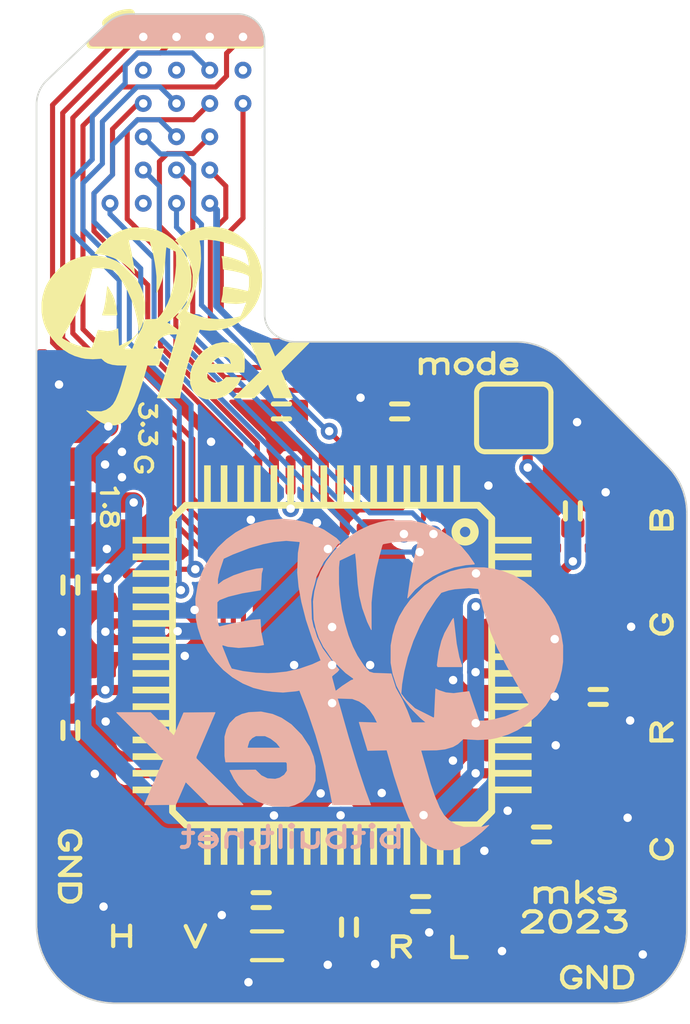
<source format=kicad_pcb>
(kicad_pcb (version 20240225) (generator "pcbnew") (generator_version "8.99")
  (layers (0 "F.Cu" signal) (31 "B.Cu" signal) (34 "B.Paste" user) (35 "F.Paste" user) (36 "B.SilkS" user "B.Silkscreen") (37 "F.SilkS" user "F.Silkscreen") (38 "B.Mask" user) (39 "F.Mask" user) (44 "Edge.Cuts" user))
  (net 0 "")
  (net 1 "GND")
  (net 2 "+3V3")
  (net 3 "+1V8")
  (net 4 "C")
  (net 5 "VD0")
  (net 6 "VD1")
  (net 7 "VD2")
  (net 8 "VD3")
  (net 9 "VD4")
  (net 10 "VD5")
  (net 11 "VD6")
  (net 12 "VD7")
  (net 13 "CSEL")
  (net 14 "54MHZ")
  (net 15 "D")
  (net 16 "W")
  (net 17 "M")
  (net 18 "SDA")
  (net 19 "SCL")
  (net 20 "H")
  (net 21 "V")
  (net 22 "CVBS")
  (net 23 "R/Y")
  (net 24 "G/PB")
  (net 25 "B/PR")
  (net 26 "RIGHT")
  (net 27 "LEFT")
  (net 28 "IREF")
  (net 29 "N$5")
  (net 30 "N$8")
  (net 31 "N$11")
  (net 32 "N$12")
  (net 33 "N$22")
  (net 34 "MODE")
  (footprint "AVEFlex:TP10SQ" (layer "F.Cu") (at 139.865904 104.818059)
    (property "Reference" "TP21" (hide yes))
    (property "Value" "TPTP10SQ" (hide yes))
  )
  (footprint "AVEFlex:R0402" (layer "F.Cu") (at 152.370142 116.7127 -90)
    (property "Reference" "R1" (hide yes))
    (property "Value" "1.2kΩ")
  )
  (footprint "AVEFlex:TP10R" (layer "F.Cu") (at 157.518904 112.946059)
    (property "Reference" "TP1" (hide yes))
    (property "Value" "TPSQTP10R" (hide yes))
  )
  (footprint "AVEFlex:TP10SQ" (layer "F.Cu") (at 139.865904 102.532059)
    (property "Reference" "TP20" (hide yes))
    (property "Value" "TPTP10SQ" (hide yes))
  )
  (footprint "AVEFlex:TP10R" (layer "F.Cu") (at 141.515364 119.1006)
    (property "Reference" "TP4" (hide yes))
    (property "Value" "TPSQTP10R" (hide yes))
  )
  (footprint "AVEFlex:C0402" (layer "F.Cu") (at 149.643358 102.082597 180)
    (property "Reference" "C2" (hide yes))
    (property "Value" "0.1µF")
  )
  (footprint "AVEFlex:TP10R" (layer "F.Cu") (at 157.518904 109.644059)
    (property "Reference" "TP2" (hide yes))
    (property "Value" "TPSQTP10R" (hide yes))
  )
  (footprint "AVEFlex:TP10R" (layer "F.Cu") (at 157.518904 117.518059 -45)
    (property "Reference" "TP18" (hide yes))
    (property "Value" "TPSQTP10R" (hide yes))
  )
  (footprint "AVEFlex:C0402" (layer "F.Cu") (at 148.119361 117.576603 -90)
    (property "Reference" "C7" (hide yes))
    (property "Value" "0.1µF")
  )
  (footprint "AVEFlex:C0402" (layer "F.Cu") (at 154.851904 105.072059 90)
    (property "Reference" "C11" (hide yes))
    (property "Value" "0.1µF")
  )
  (footprint "AVEFlex:SMT-JUMPER_2_NO_SILK" (layer "F.Cu") (at 153.073904 102.278059)
    (property "Reference" "JP1" (hide yes))
    (property "Value" "JUMPER-SMT_2_NO_SILK" (hide yes))
  )
  (footprint "AVEFlex:TP10R" (layer "F.Cu") (at 151.930904 119.169059)
    (property "Reference" "TP8" (hide yes))
    (property "Value" "TPSQTP10R" (hide yes))
  )
  (footprint "AVEFlex:TP10R" (layer "F.Cu") (at 153.454904 119.169059)
    (property "Reference" "TP16" (hide yes))
    (property "Value" "TPSQTP10R" (hide yes))
  )
  (footprint "AVEFlex:C0402" (layer "F.Cu") (at 153.909564 114.792641 180)
    (property "Reference" "C9" (hide yes))
    (property "Value" "0.1µF")
  )
  (footprint "AVEFlex:TP10R" (layer "F.Cu") (at 157.518904 106.469059)
    (property "Reference" "TP3" (hide yes))
    (property "Value" "TPSQTP10R" (hide yes))
  )
  (footprint "AVEFlex:TQFP64-10X10" (layer "F.Cu") (at 147.611358 109.702603 -90)
    (property "Reference" "IC1" (hide yes))
    (property "Value" "AVE-RVL")
  )
  (footprint "AVEFlex:TP10R" (layer "F.Cu") (at 157.518904 110.787059)
    (property "Reference" "TP12" (hide yes))
    (property "Value" "TPSQTP10R" (hide yes))
  )
  (footprint "AVEFlex:C0402" (layer "F.Cu") (at 150.272167 116.881513 180)
    (property "Reference" "C8" (hide yes))
    (property "Value" "0.1µF")
  )
  (footprint "AVEFlex:TP10R" (layer "F.Cu") (at 157.518904 107.612059)
    (property "Reference" "TP13" (hide yes))
    (property "Value" "TPSQTP10R" (hide yes))
  )
  (footprint "AVEFlex:C0402" (layer "F.Cu") (at 139.739898 111.663481 -90)
    (property "Reference" "C5" (hide yes))
    (property "Value" "0.1µF")
  )
  (footprint "AVEFlex:R0402" (layer "F.Cu") (at 155.613904 109.263059)
    (property "Reference" "R4" (hide yes))
    (property "Value" "75Ω")
  )
  (footprint "AVEFlex:C0402" (layer "F.Cu") (at 146.087361 102.082603 180)
    (property "Reference" "C3" (hide yes))
    (property "Value" "0.1µF")
  )
  (footprint "AVEFlex:C0603" (layer "F.Cu") (at 145.655558 118.135403 180)
    (property "Reference" "C1" (hide yes))
    (property "Value" "10µF")
  )
  (footprint "AVEFlex:TP10SQ" (layer "F.Cu") (at 139.865904 103.675059)
    (property "Reference" "TP22" (hide yes))
    (property "Value" "TPTP10SQ" (hide yes))
  )
  (footprint "AVEFlex:TP10R" (layer "F.Cu") (at 150.406904 119.169059)
    (property "Reference" "TP7" (hide yes))
    (property "Value" "TPSQTP10R" (hide yes))
  )
  (footprint "AVEFlex:R0402" (layer "F.Cu") (at 155.613904 113.454059)
    (property "Reference" "R2" (hide yes))
    (property "Value" "75Ω")
  )
  (footprint "AVEFlex:C0402" (layer "F.Cu") (at 155.613904 110.660059)
    (property "Reference" "C10" (hide yes))
    (property "Value" "0.1µF")
  )
  (footprint "AVEFlex:R0402" (layer "F.Cu") (at 155.613904 112.057059)
    (property "Reference" "R3" (hide yes))
    (property "Value" "75Ω")
  )
  (footprint "AVEFlex:C0402" (layer "F.Cu") (at 139.740448 107.299519 -90)
    (property "Reference" "C4" (hide yes))
    (property "Value" "0.1µF")
  )
  (footprint "AVEFlex:TP10R" (layer "F.Cu") (at 157.518904 116.375059)
    (property "Reference" "TP6" (hide yes))
    (property "Value" "TPSQTP10R" (hide yes))
  )
  (footprint "AVEFlex:R0402" (layer "F.Cu") (at 155.613904 107.866059)
    (property "Reference" "R5" (hide yes))
    (property "Value" "75Ω")
  )
  (footprint "AVEFlex:C0402" (layer "F.Cu") (at 145.477758 116.7638 180)
    (property "Reference" "C6" (hide yes))
    (property "Value" "0.1µF")
  )
  (footprint "AVEFlex:TP10R" (layer "F.Cu") (at 143.039361 119.100597)
    (property "Reference" "TP5" (hide yes))
    (property "Value" "TPSQTP10R" (hide yes))
  )
  (footprint "AVEFlex:TP10R" (layer "F.Cu") (at 139.803401 117.802656)
    (property "Reference" "TP15" (hide yes))
    (property "Value" "TPSQTP10R" (hide yes))
  )
  (footprint "AVEFlex:TP10R" (layer "F.Cu") (at 157.518904 114.089059)
    (property "Reference" "TP11" (hide yes))
    (property "Value" "TPSQTP10R" (hide yes))
  )
  (gr_line (start 147.893904 115.138059) (end 147.977904 115.078059) (stroke (width 0.127)) (layer "B.SilkS"))
  (gr_line (start 146.349904 114.534059) (end 146.391904 114.503059) (stroke (width 0.127)) (layer "B.SilkS"))
  (gr_line (start 147.476904 114.987059) (end 147.518904 115.078059) (stroke (width 0.127)) (layer "B.SilkS"))
  (gr_line (start 144.471904 114.775059) (end 144.430904 114.866059) (stroke (width 0.127)) (layer "B.SilkS"))
  (gr_line (start 147.893904 114.775059) (end 147.810904 114.745059) (stroke (width 0.127)) (layer "B.SilkS"))
  (gr_line (start 149.604904 115.078059) (end 149.604904 115.168059) (stroke (width 0.127)) (layer "B.SilkS"))
  (gr_line (start 147.142904 115.138059) (end 147.059904 115.168059) (stroke (width 0.127)) (layer "B.SilkS"))
  (gr_line (start 143.178904 115.168059) (end 143.094904 115.168059) (stroke (width 0.127)) (layer "B.SilkS"))
  (gr_line (start 144.680904 114.745059) (end 144.555904 114.745059) (stroke (width 0.127)) (layer "B.SilkS"))
  (gr_line (start 145.682904 115.048059) (end 145.640904 115.138059) (stroke (width 0.127)) (layer "B.SilkS"))
  (gr_line (start 147.977904 115.078059) (end 147.977904 115.168059) (stroke (width 0.127)) (layer "B.SilkS"))
  (gr_line (start 145.807904 114.745059) (end 145.515904 114.745059) (stroke (width 0.127)) (layer "B.SilkS"))
  (gr_line (start 146.725904 114.745059) (end 146.725904 115.168059) (stroke (width 0.127)) (layer "B.SilkS"))
  (gr_line (start 149.437904 114.745059) (end 149.312904 114.745059) (stroke (width 0.127)) (layer "B.SilkS"))
  (gr_line (start 147.518904 115.078059) (end 147.601904 115.138059) (stroke (width 0.127)) (layer "B.SilkS"))
  (gr_line (start 143.303904 114.534059) (end 143.303904 115.048059) (stroke (width 0.127)) (layer "B.SilkS"))
  (gr_line (start 149.521904 114.775059) (end 149.437904 114.745059) (stroke (width 0.127)) (layer "B.SilkS"))
  (gr_line (start 144.555904 114.745059) (end 144.471904 114.775059) (stroke (width 0.127)) (layer "B.SilkS"))
  (gr_line (start 144.096904 115.078059) (end 144.012904 115.138059) (stroke (width 0.127)) (layer "B.SilkS"))
  (gr_line (start 147.184904 115.048059) (end 147.142904 115.138059) (stroke (width 0.127)) (layer "B.SilkS"))
  (gr_line (start 143.929904 114.745059) (end 144.012904 114.775059) (stroke (width 0.127)) (layer "B.SilkS"))
  (gr_line (start 148.436904 115.048059) (end 148.394904 115.138059) (stroke (width 0.127)) (layer "B.SilkS"))
  (gr_line (start 144.096904 114.836059) (end 144.138904 114.927059) (stroke (width 0.127)) (layer "B.SilkS"))
  (gr_line (start 149.604904 114.534059) (end 149.604904 114.836059) (stroke (width 0.127)) (layer "B.SilkS"))
  (gr_line (start 145.264904 115.048059) (end 145.223904 115.078059) (stroke (width 0.127)) (layer "B.SilkS"))
  (gr_line (start 148.811904 114.503059) (end 148.853904 114.534059) (stroke (width 0.127)) (layer "B.SilkS"))
  (gr_line (start 149.229904 115.138059) (end 149.312904 115.168059) (stroke (width 0.127)) (layer "B.SilkS"))
  (gr_line (start 148.811904 114.564059) (end 148.770904 114.534059) (stroke (width 0.127)) (layer "B.SilkS"))
  (gr_line (start 146.391904 114.503059) (end 146.433904 114.534059) (stroke (width 0.127)) (layer "B.SilkS"))
  (gr_line (start 149.604904 114.836059) (end 149.604904 115.078059) (stroke (width 0.127)) (layer "B.SilkS"))
  (gr_line (start 148.770904 114.534059) (end 148.811904 114.503059) (stroke (width 0.127)) (layer "B.SilkS"))
  (gr_line (start 147.977904 114.534059) (end 147.977904 114.836059) (stroke (width 0.127)) (layer "B.SilkS"))
  (gr_line (start 146.391904 114.745059) (end 146.391904 115.168059) (stroke (width 0.127)) (layer "B.SilkS"))
  (gr_line (start 144.012904 114.775059) (end 144.096904 114.836059) (stroke (width 0.127)) (layer "B.SilkS"))
  (gr_line (start 144.764904 114.775059) (end 144.680904 114.745059) (stroke (width 0.127)) (layer "B.SilkS"))
  (gr_line (start 147.977904 114.836059) (end 147.893904 114.775059) (stroke (width 0.127)) (layer "B.SilkS"))
  (gr_line (start 143.679904 114.806059) (end 143.720904 114.775059) (stroke (width 0.127)) (layer "B.SilkS"))
  (gr_line (start 146.433904 114.534059) (end 146.391904 114.564059) (stroke (width 0.127)) (layer "B.SilkS"))
  (gr_line (start 144.430904 114.866059) (end 144.430904 115.168059) (stroke (width 0.127)) (layer "B.SilkS"))
  (gr_line (start 149.145904 114.836059) (end 149.103904 114.927059) (stroke (width 0.127)) (layer "B.SilkS"))
  (gr_line (start 149.437904 115.168059) (end 149.521904 115.138059) (stroke (width 0.127)) (layer "B.SilkS"))
  (gr_line (start 145.223904 115.078059) (end 145.181904 115.048059) (stroke (width 0.127)) (layer "B.SilkS"))
  (gr_line (start 143.637904 114.866059) (end 143.679904 114.806059) (stroke (width 0.127)) (layer "B.SilkS"))
  (gr_line (start 143.428904 114.745059) (end 143.136904 114.745059) (stroke (width 0.127)) (layer "B.SilkS"))
  (gr_line (start 147.601904 114.775059) (end 147.518904 114.836059) (stroke (width 0.127)) (layer "B.SilkS"))
  (gr_line (start 147.059904 115.168059) (end 146.933904 115.168059) (stroke (width 0.127)) (layer "B.SilkS"))
  (gr_line (start 147.601904 115.138059) (end 147.685904 115.168059) (stroke (width 0.127)) (layer "B.SilkS"))
  (gr_line (start 144.012904 115.138059) (end 143.929904 115.168059) (stroke (width 0.127)) (layer "B.SilkS"))
  (gr_line (start 148.436904 114.534059) (end 148.436904 115.048059) (stroke (width 0.127)) (layer "B.SilkS"))
  (gr_line (start 149.312904 115.168059) (end 149.437904 115.168059) (stroke (width 0.127)) (layer "B.SilkS"))
  (gr_line (start 144.889904 114.866059) (end 144.764904 114.775059) (stroke (width 0.127)) (layer "B.SilkS"))
  (gr_line (start 143.637904 114.927059) (end 143.637904 114.866059) (stroke (width 0.127)) (layer "B.SilkS"))
  (gr_line (start 147.476904 114.927059) (end 147.476904 114.987059) (stroke (width 0.127)) (layer "B.SilkS"))
  (gr_line (start 144.138904 114.987059) (end 144.096904 115.078059) (stroke (width 0.127)) (layer "B.SilkS"))
  (gr_line (start 143.303904 115.048059) (end 143.261904 115.138059) (stroke (width 0.127)) (layer "B.SilkS"))
  (gr_line (start 147.518904 114.836059) (end 147.476904 114.927059) (stroke (width 0.127)) (layer "B.SilkS"))
  (gr_line (start 145.640904 115.138059) (end 145.556904 115.168059) (stroke (width 0.127)) (layer "B.SilkS"))
  (gr_line (start 148.811904 114.745059) (end 148.811904 115.168059) (stroke (width 0.127)) (layer "B.SilkS"))
  (gr_line (start 145.181904 115.048059) (end 145.223904 115.017059) (stroke (width 0.127)) (layer "B.SilkS"))
  (gr_line (start 149.521904 115.138059) (end 149.604904 115.078059) (stroke (width 0.127)) (layer "B.SilkS"))
  (gr_line (start 144.138904 114.927059) (end 144.138904 114.987059) (stroke (width 0.127)) (layer "B.SilkS"))
  (gr_line (start 146.850904 115.138059) (end 146.725904 115.048059) (stroke (width 0.127)) (layer "B.SilkS"))
  (gr_line (start 146.057904 114.534059) (end 146.057904 115.168059) (stroke (width 0.127)) (layer "B.SilkS"))
  (gr_line (start 145.223904 115.017059) (end 145.264904 115.048059) (stroke (width 0.127)) (layer "B.SilkS"))
  (gr_line (start 147.184904 114.745059) (end 147.184904 115.048059) (stroke (width 0.127)) (layer "B.SilkS"))
  (gr_line (start 148.394904 115.138059) (end 148.311904 115.168059) (stroke (width 0.127)) (layer "B.SilkS"))
  (gr_line (start 149.229904 114.775059) (end 149.145904 114.836059) (stroke (width 0.127)) (layer "B.SilkS"))
  (gr_line (start 143.804904 114.745059) (end 143.929904 114.745059) (stroke (width 0.127)) (layer "B.SilkS"))
  (gr_line (start 149.312904 114.745059) (end 149.229904 114.775059) (stroke (width 0.127)) (layer "B.SilkS"))
  (gr_line (start 143.929904 115.168059) (end 143.804904 115.168059) (stroke (width 0.127)) (layer "B.SilkS"))
  (gr_line (start 148.561904 114.745059) (end 148.269904 114.745059) (stroke (width 0.127)) (layer "B.SilkS"))
  (gr_line (start 144.889904 114.745059) (end 144.889904 114.866059) (stroke (width 0.127)) (layer "B.SilkS"))
  (gr_line (start 143.720904 115.138059) (end 143.637904 115.078059) (stroke (width 0.127)) (layer "B.SilkS"))
  (gr_line (start 146.391904 114.564059) (end 146.349904 114.534059) (stroke (width 0.127)) (layer "B.SilkS"))
  (gr_line (start 149.145904 115.078059) (end 149.229904 115.138059) (stroke (width 0.127)) (layer "B.SilkS"))
  (gr_line (start 147.977904 114.836059) (end 147.977904 115.078059) (stroke (width 0.127)) (layer "B.SilkS"))
  (gr_line (start 147.810904 115.168059) (end 147.893904 115.138059) (stroke (width 0.127)) (layer "B.SilkS"))
  (gr_line (start 148.311904 115.168059) (end 148.227904 115.168059) (stroke (width 0.127)) (layer "B.SilkS"))
  (gr_line (start 145.556904 115.168059) (end 145.473904 115.168059) (stroke (width 0.127)) (layer "B.SilkS"))
  (gr_line (start 147.685904 114.745059) (end 147.601904 114.775059) (stroke (width 0.127)) (layer "B.SilkS"))
  (gr_line (start 149.604904 114.836059) (end 149.521904 114.775059) (stroke (width 0.127)) (layer "B.SilkS"))
  (gr_line (start 148.853904 114.534059) (end 148.811904 114.564059) (stroke (width 0.127)) (layer "B.SilkS"))
  (gr_line (start 145.682904 114.534059) (end 145.682904 115.048059) (stroke (width 0.127)) (layer "B.SilkS"))
  (gr_line (start 144.138904 114.927059) (end 143.637904 114.927059) (stroke (width 0.127)) (layer "B.SilkS"))
  (gr_line (start 149.103904 114.987059) (end 149.145904 115.078059) (stroke (width 0.127)) (layer "B.SilkS"))
  (gr_line (start 144.889904 114.866059) (end 144.889904 115.168059) (stroke (width 0.127)) (layer "B.SilkS"))
  (gr_line (start 143.720904 114.775059) (end 143.804904 114.745059) (stroke (width 0.127)) (layer "B.SilkS"))
  (gr_line (start 146.933904 115.168059) (end 146.850904 115.138059) (stroke (width 0.127)) (layer "B.SilkS"))
  (gr_line (start 143.261904 115.138059) (end 143.178904 115.168059) (stroke (width 0.127)) (layer "B.SilkS"))
  (gr_line (start 147.685904 115.168059) (end 147.810904 115.168059) (stroke (width 0.127)) (layer "B.SilkS"))
  (gr_line (start 149.103904 114.927059) (end 149.103904 114.987059) (stroke (width 0.127)) (layer "B.SilkS"))
  (gr_line (start 143.804904 115.168059) (end 143.720904 115.138059) (stroke (width 0.127)) (layer "B.SilkS"))
  (gr_line (start 147.810904 114.745059) (end 147.685904 114.745059) (stroke (width 0.127)) (layer "B.SilkS"))
  (gr_line (start 139.571286 115.244759) (end 139.658286 115.244759) (stroke (width 0.127)) (layer "F.SilkS"))
  (gr_line (start 157.678904 108.719059) (end 157.736904 108.682059) (stroke (width 0.127)) (layer "F.SilkS"))
  (gr_line (start 154.181667 117.447759) (end 154.223667 117.592759) (stroke (width 0.127)) (layer "F.SilkS"))
  (gr_line (start 141.060823 105.491378) (end 141.108823 105.491378) (stroke (width 0.1016)) (layer "F.SilkS"))
  (gr_line (start 157.503904 111.712059) (end 157.823904 111.458059) (stroke (width 0.127)) (layer "F.SilkS"))
  (gr_line (start 141.060823 105.143378) (end 141.011823 105.172378) (stroke (width 0.1016)) (layer "F.SilkS"))
  (gr_line (start 154.673886 118.801619) (end 154.600886 118.859619) (stroke (width 0.127)) (layer "F.SilkS"))
  (gr_line (start 153.847667 117.156759) (end 153.889667 117.214759) (stroke (width 0.127)) (layer "F.SilkS"))
  (gr_line (start 157.823904 108.537059) (end 157.823904 108.392059) (stroke (width 0.127)) (layer "F.SilkS"))
  (gr_line (start 153.858667 116.441759) (end 153.942667 116.412759) (stroke (width 0.127)) (layer "F.SilkS"))
  (gr_line (start 154.600886 119.295619) (end 154.673886 119.353619) (stroke (width 0.127)) (layer "F.SilkS"))
  (gr_line (start 151.077904 100.642059) (end 151.077904 100.932059) (stroke (width 0.127)) (layer "F.SilkS"))
  (gr_line (start 139.891286 115.244759) (end 139.949286 115.208759) (stroke (width 0.127)) (layer "F.SilkS"))
  (gr_line (start 156.434667 117.534759) (end 156.393667 117.621759) (stroke (width 0.127)) (layer "F.SilkS"))
  (gr_line (start 154.150667 116.441759) (end 154.192667 116.529759) (stroke (width 0.127)) (layer "F.SilkS"))
  (gr_line (start 140.890823 105.143378) (end 140.939823 105.201378) (stroke (width 0.1016)) (layer "F.SilkS"))
  (gr_line (start 157.503904 105.272059) (end 157.533904 105.163059) (stroke (width 0.127)) (layer "F.SilkS"))
  (gr_line (start 153.109904 100.583059) (end 153.073904 100.554059) (stroke (width 0.127)) (layer "F.SilkS"))
  (gr_line (start 156.184667 117.708759) (end 156.059667 117.708759) (stroke (width 0.127)) (layer "F.SilkS"))
  (gr_line (start 151.803904 100.700059) (end 151.767904 100.612059) (stroke (width 0.127)) (layer "F.SilkS"))
  (gr_line (start 149.914145 117.911141) (end 149.950145 117.969141) (stroke (width 0.127)) (layer "F.SilkS"))
  (gr_line (start 151.224564 118.475841) (end 151.659564 118.475841) (stroke (width 0.127)) (layer "F.SilkS"))
  (gr_line (start 151.694904 100.554059) (end 151.622904 100.525059) (stroke (width 0.127)) (layer "F.SilkS"))
  (gr_line (start 156.111667 116.732759) (end 156.070667 116.790759) (stroke (width 0.127)) (layer "F.SilkS"))
  (gr_line (start 142.134983 103.519059) (end 142.086983 103.490059) (stroke (width 0.1016)) (layer "F.SilkS"))
  (gr_line (start 154.401667 116.412759) (end 154.526667 116.412759) (stroke (width 0.127)) (layer "F.SilkS"))
  (gr_line (start 154.963886 119.353619) (end 155.036886 119.295619) (stroke (width 0.127)) (layer "F.SilkS"))
  (gr_line (start 155.072886 119.237619) (end 155.072886 119.150619) (stroke (width 0.127)) (layer "F.SilkS"))
  (gr_line (start 149.914145 118.085141) (end 149.878145 118.114141) (stroke (width 0.127)) (layer "F.SilkS"))
  (gr_line (start 143.209204 117.545797) (end 143.500204 118.155797) (stroke (width 0.127)) (layer "F.SilkS"))
  (gr_line (start 156.070667 116.645759) (end 156.111667 116.703759) (stroke (width 0.127)) (layer "F.SilkS"))
  (gr_line (start 155.652667 116.499759) (end 155.694667 116.558759) (stroke (width 0.127)) (layer "F.SilkS"))
  (gr_line (start 157.794904 108.610059) (end 157.823904 108.537059) (stroke (width 0.127)) (layer "F.SilkS"))
  (gr_line (start 140.770823 104.940378) (end 140.794823 104.911378) (stroke (width 0.1016)) (layer "F.SilkS"))
  (gr_line (start 141.845904 102.176059) (end 141.821904 102.089059) (stroke (width 0.1016)) (layer "F.SilkS"))
  (gr_line (start 149.878145 117.882141) (end 149.914145 117.911141) (stroke (width 0.127)) (layer "F.SilkS"))
  (gr_line (start 156.351667 117.359759) (end 156.393667 117.388759) (stroke (width 0.127)) (layer "F.SilkS"))
  (gr_line (start 141.011823 105.462378) (end 141.060823 105.491378) (stroke (width 0.1016)) (layer "F.SilkS"))
  (gr_line (start 157.387904 111.458059) (end 157.445904 111.495059) (stroke (width 0.127)) (layer "F.SilkS"))
  (gr_line (start 139.891286 114.736759) (end 139.804286 114.700759) (stroke (width 0.127)) (layer "F.SilkS"))
  (gr_line (start 141.723983 103.577059) (end 141.699983 103.635059) (stroke (width 0.1016)) (layer "F.SilkS"))
  (gr_line (start 154.891886 119.382619) (end 154.963886 119.353619) (stroke (width 0.127)) (layer "F.SilkS"))
  (gr_line (start 140.842823 105.520378) (end 140.770823 105.520378) (stroke (width 0.1016)) (layer "F.SilkS"))
  (gr_line (start 154.724667 117.214759) (end 154.640667 117.127759) (stroke (width 0.127)) (layer "F.SilkS"))
  (gr_line (start 157.213904 115.286059) (end 157.242904 115.359059) (stroke (width 0.127)) (layer "F.SilkS"))
  (gr_line (start 141.966904 102.263059) (end 141.893904 102.234059) (stroke (width 0.1016)) (layer "F.SilkS"))
  (gr_line (start 154.724667 117.592759) (end 154.765667 117.447759) (stroke (width 0.127)) (layer "F.SilkS"))
  (gr_line (start 157.620904 105.090059) (end 157.707904 105.090059) (stroke (width 0.127)) (layer "F.SilkS"))
  (gr_line (start 157.242904 115.359059) (end 157.300904 115.432059) (stroke (width 0.127)) (layer "F.SilkS"))
  (gr_line (start 139.949286 116.732759) (end 139.891286 116.768759) (stroke (width 0.127)) (layer "F.SilkS"))
  (gr_line (start 151.440904 100.903059) (end 151.513904 100.932059) (stroke (width 0.127)) (layer "F.SilkS"))
  (gr_line (start 152.892904 100.525059) (end 152.819904 100.554059) (stroke (width 0.127)) (layer "F.SilkS"))
  (gr_line (start 149.442145 117.853141) (end 149.442145 118.143141) (stroke (width 0.127)) (layer "F.SilkS"))
  (gr_line (start 153.555667 117.098759) (end 153.722667 117.098759) (stroke (width 0.127)) (layer "F.SilkS"))
  (gr_line (start 140.987823 105.230378) (end 140.963823 105.346378) (stroke (width 0.1016)) (layer "F.SilkS"))
  (gr_line (start 140.963823 105.288378) (end 140.987823 105.404378) (stroke (width 0.1016)) (layer "F.SilkS"))
  (gr_line (start 140.673823 105.259378) (end 140.697823 105.172378) (stroke (width 0.1016)) (layer "F.SilkS"))
  (gr_line (start 157.213904 108.537059) (end 157.242904 108.610059) (stroke (width 0.127)) (layer "F.SilkS"))
  (gr_line (start 157.794904 115.359059) (end 157.823904 115.286059) (stroke (width 0.127)) (layer "F.SilkS"))
  (gr_line (start 153.472667 117.127759) (end 153.555667 117.098759) (stroke (width 0.127)) (layer "F.SilkS"))
  (gr_line (start 140.036286 116.296759) (end 139.426286 116.296759) (stroke (width 0.127)) (layer "F.SilkS"))
  (gr_line (start 157.445904 105.126059) (end 157.474904 105.163059) (stroke (width 0.127)) (layer "F.SilkS"))
  (gr_line (start 157.271904 111.495059) (end 157.329904 111.458059) (stroke (width 0.127)) (layer "F.SilkS"))
  (gr_line (start 154.181667 117.359759) (end 154.181667 117.447759) (stroke (width 0.127)) (layer "F.SilkS"))
  (gr_line (start 150.678904 100.642059) (end 150.678904 100.932059) (stroke (width 0.127)) (layer "F.SilkS"))
  (gr_line (start 157.503904 111.640059) (end 157.503904 111.712059) (stroke (width 0.127)) (layer "F.SilkS"))
  (gr_line (start 157.474904 105.163059) (end 157.503904 105.272059) (stroke (width 0.127)) (layer "F.SilkS"))
  (gr_line (start 152.021904 100.700059) (end 152.021904 100.758059) (stroke (width 0.127)) (layer "F.SilkS"))
  (gr_line (start 142.086983 103.490059) (end 142.013983 103.461059) (stroke (width 0.1016)) (layer "F.SilkS"))
  (gr_line (start 157.213904 111.640059) (end 157.242904 111.531059) (stroke (width 0.127)) (layer "F.SilkS"))
  (gr_line (start 154.192667 116.529759) (end 154.192667 116.819759) (stroke (width 0.127)) (layer "F.SilkS"))
  (gr_line (start 153.000904 100.525059) (end 152.892904 100.525059) (stroke (width 0.127)) (layer "F.SilkS"))
  (gr_line (start 155.516667 117.330759) (end 155.433667 117.418759) (stroke (width 0.127)) (layer "F.SilkS"))
  (gr_line (start 141.108823 105.491378) (end 141.157823 105.462378) (stroke (width 0.1016)) (layer "F.SilkS"))
  (gr_line (start 151.513904 100.932059) (end 151.622904 100.932059) (stroke (width 0.127)) (layer "F.SilkS"))
  (gr_line (start 155.141667 117.127759) (end 155.224667 117.098759) (stroke (width 0.127)) (layer "F.SilkS"))
  (gr_line (start 155.694667 116.790759) (end 155.652667 116.732759) (stroke (width 0.127)) (layer "F.SilkS"))
  (gr_line (start 141.869904 101.886059) (end 141.918904 101.857059) (stroke (width 0.1016)) (layer "F.SilkS"))
  (gr_line (start 142.135904 102.960059) (end 142.111904 103.018059) (stroke (width 0.1016)) (layer "F.SilkS"))
  (gr_line (start 141.699983 103.751059) (end 141.723983 103.809059) (stroke (width 0.1016)) (layer "F.SilkS"))
  (gr_line (start 140.721823 105.491378) (end 140.697823 105.462378) (stroke (width 0.1016)) (layer "F.SilkS"))
  (gr_line (start 153.430667 117.156759) (end 153.472667 117.127759) (stroke (width 0.127)) (layer "F.SilkS"))
  (gr_line (start 141.181823 105.259378) (end 141.157823 105.172378) (stroke (width 0.1016)) (layer "F.SilkS"))
  (gr_line (start 156.124886 118.772619) (end 156.378886 118.772619) (stroke (width 0.127)) (layer "F.SilkS"))
  (gr_line (start 156.111667 116.499759) (end 156.070667 116.441759) (stroke (width 0.127)) (layer "F.SilkS"))
  (gr_line (start 139.426286 115.063759) (end 139.455286 115.135759) (stroke (width 0.127)) (layer "F.SilkS"))
  (gr_line (start 139.426286 114.917759) (end 139.426286 115.063759) (stroke (width 0.127)) (layer "F.SilkS"))
  (gr_line (start 139.571286 114.736759) (end 139.513286 114.772759) (stroke (width 0.127)) (layer "F.SilkS"))
  (gr_line (start 141.893904 102.467059) (end 141.918904 102.496059) (stroke (width 0.1016)) (layer "F.SilkS"))
  (gr_line (start 153.146904 100.642059) (end 153.109904 100.583059) (stroke (width 0.127)) (layer "F.SilkS"))
  (gr_line (start 152.130904 100.903059) (end 152.202904 100.932059) (stroke (width 0.127)) (layer "F.SilkS"))
  (gr_line (start 152.057904 100.612059) (end 152.021904 100.700059) (stroke (width 0.127)) (layer "F.SilkS"))
  (gr_line (start 141.893904 103.047059) (end 141.845904 102.989059) (stroke (width 0.1016)) (layer "F.SilkS"))
  (gr_line (start 155.819667 116.819759) (end 155.694667 116.790759) (stroke (width 0.127)) (layer "F.SilkS"))
  (gr_line (start 149.696145 118.143141) (end 149.442145 118.143141) (stroke (width 0.127)) (layer "F.SilkS"))
  (gr_line (start 150.460904 100.525059) (end 150.569904 100.525059) (stroke (width 0.127)) (layer "F.SilkS"))
  (gr_line (start 152.710904 100.700059) (end 153.146904 100.700059) (stroke (width 0.127)) (layer "F.SilkS"))
  (gr_line (start 157.445904 111.495059) (end 157.474904 111.531059) (stroke (width 0.127)) (layer "F.SilkS"))
  (gr_line (start 141.966904 103.076059) (end 141.893904 103.047059) (stroke (width 0.1016)) (layer "F.SilkS"))
  (gr_line (start 152.746904 100.612059) (end 152.710904 100.700059) (stroke (width 0.127)) (layer "F.SilkS"))
  (gr_line (start 154.745886 119.382619) (end 154.891886 119.382619) (stroke (width 0.127)) (layer "F.SilkS"))
  (gr_line (start 141.027345 117.5331) (end 141.027345 117.8231) (stroke (width 0.127)) (layer "F.SilkS"))
  (gr_line (start 155.945667 116.412759) (end 155.819667 116.412759) (stroke (width 0.127)) (layer "F.SilkS"))
  (gr_line (start 141.893904 102.234059) (end 141.845904 102.176059) (stroke (width 0.1016)) (layer "F.SilkS"))
  (gr_line (start 139.804286 116.804759) (end 139.658286 116.804759) (stroke (width 0.127)) (layer "F.SilkS"))
  (gr_line (start 154.223667 117.214759) (end 154.181667 117.359759) (stroke (width 0.127)) (layer "F.SilkS"))
  (gr_line (start 151.767904 100.845059) (end 151.803904 100.758059) (stroke (width 0.127)) (layer "F.SilkS"))
  (gr_line (start 141.084823 104.388378) (end 141.108823 104.446378) (stroke (width 0.1016)) (layer "F.SilkS"))
  (gr_line (start 157.474904 111.531059) (end 157.503904 111.640059) (stroke (width 0.127)) (layer "F.SilkS"))
  (gr_line (start 154.640667 117.127759) (end 154.515667 117.098759) (stroke (width 0.127)) (layer "F.SilkS"))
  (gr_line (start 141.108823 104.446378) (end 141.181823 104.533378) (stroke (width 0.1016)) (layer "F.SilkS"))
  (gr_line (start 157.387904 105.090059) (end 157.445904 105.126059) (stroke (width 0.127)) (layer "F.SilkS"))
  (gr_line (start 154.673886 119.353619) (end 154.745886 119.382619) (stroke (width 0.127)) (layer "F.SilkS"))
  (gr_line (start 152.202904 100.525059) (end 152.130904 100.554059) (stroke (width 0.127)) (layer "F.SilkS"))
  (gr_line (start 157.242904 108.320059) (end 157.213904 108.392059) (stroke (width 0.127)) (layer "F.SilkS"))
  (gr_line (start 142.111904 103.018059) (end 142.087904 103.047059) (stroke (width 0.1016)) (layer "F.SilkS"))
  (gr_line (start 153.733667 116.412759) (end 153.733667 116.529759) (stroke (width 0.127)) (layer "F.SilkS"))
  (gr_line (start 154.651667 116.529759) (end 154.651667 116.819759) (stroke (width 0.127)) (layer "F.SilkS"))
  (gr_line (start 157.591904 108.392059) (end 157.591904 108.211059) (stroke (width 0.127)) (layer "F.SilkS"))
  (gr_line (start 151.622904 100.932059) (end 151.694904 100.903059) (stroke (width 0.127)) (layer "F.SilkS"))
  (gr_line (start 153.889667 117.214759) (end 153.889667 117.272759) (stroke (width 0.127)) (layer "F.SilkS"))
  (gr_line (start 154.526667 116.412759) (end 154.609667 116.441759) (stroke (width 0.127)) (layer "F.SilkS"))
  (gr_line (start 157.794904 115.069059) (end 157.736904 114.996059) (stroke (width 0.127)) (layer "F.SilkS"))
  (gr_line (start 157.823904 115.286059) (end 157.823904 115.141059) (stroke (width 0.127)) (layer "F.SilkS"))
  (gr_line (start 141.845904 102.728059) (end 141.869904 102.699059) (stroke (width 0.1016)) (layer "F.SilkS"))
  (gr_line (start 157.794904 108.320059) (end 157.736904 108.247059) (stroke (width 0.127)) (layer "F.SilkS"))
  (gr_line (start 157.300904 108.247059) (end 157.242904 108.320059) (stroke (width 0.127)) (layer "F.SilkS"))
  (gr_line (start 140.007286 116.659759) (end 139.949286 116.732759) (stroke (width 0.127)) (layer "F.SilkS"))
  (gr_line (start 153.000904 100.932059) (end 153.073904 100.903059) (stroke (width 0.127)) (layer "F.SilkS"))
  (gr_line (start 155.326886 118.772619) (end 155.326886 119.382619) (stroke (width 0.127)) (layer "F.SilkS"))
  (gr_line (start 140.890823 105.491378) (end 140.842823 105.520378) (stroke (width 0.1016)) (layer "F.SilkS"))
  (gr_line (start 154.306667 117.679759) (end 154.431667 117.708759) (stroke (width 0.127)) (layer "F.SilkS"))
  (gr_line (start 154.431667 117.098759) (end 154.306667 117.127759) (stroke (width 0.127)) (layer "F.SilkS"))
  (gr_line (start 152.746904 100.845059) (end 152.819904 100.903059) (stroke (width 0.127)) (layer "F.SilkS"))
  (gr_line (start 156.560886 119.295619) (end 156.487886 119.353619) (stroke (width 0.127)) (layer "F.SilkS"))
  (gr_line (start 141.918904 102.496059) (end 141.942904 102.467059) (stroke (width 0.1016)) (layer "F.SilkS"))
  (gr_line (start 155.391667 117.098759) (end 155.475667 117.127759) (stroke (width 0.127)) (layer "F.SilkS"))
  (gr_line (start 150.279904 100.525059) (end 150.279904 100.642059) (stroke (width 0.127)) (layer "F.SilkS"))
  (gr_line (start 140.939823 105.433378) (end 140.890823 105.491378) (stroke (width 0.1016)) (layer "F.SilkS"))
  (gr_line (start 150.642904 100.554059) (end 150.678904 100.642059) (stroke (width 0.127)) (layer "F.SilkS"))
  (gr_line (start 155.433667 117.418759) (end 155.016667 117.708759) (stroke (width 0.127)) (layer "F.SilkS"))
  (gr_line (start 156.111667 116.703759) (end 156.111667 116.732759) (stroke (width 0.127)) (layer "F.SilkS"))
  (gr_line (start 154.765667 117.359759) (end 154.724667 117.214759) (stroke (width 0.127)) (layer "F.SilkS"))
  (gr_line (start 157.533904 105.163059) (end 157.562904 105.126059) (stroke (width 0.127)) (layer "F.SilkS"))
  (gr_line (start 142.087904 102.234059) (end 142.014904 102.263059) (stroke (width 0.1016)) (layer "F.SilkS"))
  (gr_line (start 156.596886 119.237619) (end 156.560886 119.295619) (stroke (width 0.127)) (layer "F.SilkS"))
  (gr_line (start 157.503904 111.712059) (end 157.503904 111.966059) (stroke (width 0.127)) (layer "F.SilkS"))
  (gr_line (start 154.765667 117.447759) (end 154.765667 117.359759) (stroke (width 0.127)) (layer "F.SilkS"))
  (gr_line (start 152.456904 100.612059) (end 152.456904 100.845059) (stroke (width 0.127)) (layer "F.SilkS"))
  (gr_line (start 141.820983 103.896059) (end 141.892983 103.896059) (stroke (width 0.1016)) (layer "F.SilkS"))
  (gr_line (start 155.072886 118.917619) (end 155.036886 118.859619) (stroke (width 0.127)) (layer "F.SilkS"))
  (gr_line (start 157.736904 108.682059) (end 157.794904 108.610059) (stroke (width 0.127)) (layer "F.SilkS"))
  (gr_line (start 156.434667 117.476759) (end 156.434667 117.534759) (stroke (width 0.127)) (layer "F.SilkS"))
  (gr_line (start 156.059667 117.708759) (end 155.934667 117.679759) (stroke (width 0.127)) (layer "F.SilkS"))
  (gr_line (start 155.945667 116.819759) (end 155.819667 116.819759) (stroke (width 0.127)) (layer "F.SilkS"))
  (gr_line (start 155.694667 116.558759) (end 155.778667 116.587759) (stroke (width 0.127)) (layer "F.SilkS"))
  (gr_line (start 142.207983 103.751059) (end 142.207983 103.635059) (stroke (width 0.1016)) (layer "F.SilkS"))
  (gr_line (start 153.146904 100.700059) (end 153.146904 100.642059) (stroke (width 0.127)) (layer "F.SilkS"))
  (gr_line (start 155.152667 116.587759) (end 155.444667 116.819759) (stroke (width 0.127)) (layer "F.SilkS"))
  (gr_line (start 151.767904 100.612059) (end 151.694904 100.554059) (stroke (width 0.127)) (layer "F.SilkS"))
  (gr_line (start 151.041904 100.554059) (end 151.077904 100.642059) (stroke (width 0.127)) (layer "F.SilkS"))
  (gr_line (start 157.358904 108.719059) (end 157.445904 108.755059) (stroke (width 0.127)) (layer "F.SilkS"))
  (gr_line (start 141.771983 103.519059) (end 141.723983 103.577059) (stroke (width 0.1016)) (layer "F.SilkS"))
  (gr_line (start 154.600886 118.859619) (end 154.564886 118.917619) (stroke (width 0.127)) (layer "F.SilkS"))
  (gr_line (start 142.329904 103.047059) (end 142.135904 102.873059) (stroke (width 0.1016)) (layer "F.SilkS"))
  (gr_line (start 142.329904 102.234059) (end 142.135904 102.060059) (stroke (width 0.1016)) (layer "F.SilkS"))
  (gr_line (start 155.892667 117.650759) (end 155.850667 117.592759) (stroke (width 0.127)) (layer "F.SilkS"))
  (gr_line (start 156.393667 117.388759) (end 156.434667 117.476759) (stroke (width 0.127)) (layer "F.SilkS"))
  (gr_line (start 155.224667 117.098759) (end 155.391667 117.098759) (stroke (width 0.127)) (layer "F.SilkS"))
  (gr_line (start 142.135904 102.060059) (end 142.135904 102.147059) (stroke (width 0.1016)) (layer "F.SilkS"))
  (gr_line (start 156.632886 119.150619) (end 156.596886 119.237619) (stroke (width 0.127)) (layer "F.SilkS"))
  (gr_line (start 141.942904 102.467059) (end 141.918904 102.438059) (stroke (width 0.1016)) (layer "F.SilkS"))
  (gr_line (start 141.181823 104.533378) (end 140.673823 104.533378) (stroke (width 0.1016)) (layer "F.SilkS"))
  (gr_line (start 149.696145 118.143141) (end 149.950145 118.463141) (stroke (width 0.127)) (layer "F.SilkS"))
  (gr_line (start 142.111904 102.205059) (end 142.087904 102.234059) (stroke (width 0.1016)) (layer "F.SilkS"))
  (gr_line (start 154.515667 117.098759) (end 154.431667 117.098759) (stroke (width 0.127)) (layer "F.SilkS"))
  (gr_line (start 152.819904 100.554059) (end 152.746904 100.612059) (stroke (width 0.127)) (layer "F.SilkS"))
  (gr_line (start 142.086983 103.896059) (end 142.134983 103.867059) (stroke (width 0.1016)) (layer "F.SilkS"))
  (gr_line (start 153.346667 117.708759) (end 153.931667 117.708759) (stroke (width 0.127)) (layer "F.SilkS"))
  (gr_line (start 151.331904 100.758059) (end 151.368904 100.845059) (stroke (width 0.127)) (layer "F.SilkS"))
  (gr_line (start 154.192667 116.529759) (end 154.317667 116.441759) (stroke (width 0.127)) (layer "F.SilkS"))
  (gr_line (start 140.036286 116.550759) (end 140.007286 116.659759) (stroke (width 0.127)) (layer "F.SilkS"))
  (gr_line (start 155.558667 117.214759) (end 155.558667 117.272759) (stroke (width 0.127)) (layer "F.SilkS"))
  (gr_line (start 157.591904 115.504059) (end 157.678904 115.468059) (stroke (width 0.127)) (layer "F.SilkS"))
  (gr_line (start 157.707904 105.090059) (end 157.765904 105.126059) (stroke (width 0.127)) (layer "F.SilkS"))
  (gr_line (start 152.202904 100.932059) (end 152.311904 100.932059) (stroke (width 0.127)) (layer "F.SilkS"))
  (gr_line (start 140.770823 104.882378) (end 140.745823 104.911378) (stroke (width 0.1016)) (layer "F.SilkS"))
  (gr_line (start 141.821904 102.815059) (end 141.845904 102.728059) (stroke (width 0.1016)) (layer "F.SilkS"))
  (gr_line (start 154.515667 117.708759) (end 154.640667 117.679759) (stroke (width 0.127)) (layer "F.SilkS"))
  (gr_line (start 157.329904 111.458059) (end 157.387904 111.458059) (stroke (width 0.127)) (layer "F.SilkS"))
  (gr_line (start 152.456904 100.612059) (end 152.384904 100.554059) (stroke (width 0.127)) (layer "F.SilkS"))
  (gr_line (start 141.845904 101.915059) (end 141.869904 101.886059) (stroke (width 0.1016)) (layer "F.SilkS"))
  (gr_line (start 157.736904 108.247059) (end 157.678904 108.211059) (stroke (width 0.127)) (layer "F.SilkS"))
  (gr_line (start 152.819904 100.903059) (end 152.892904 100.932059) (stroke (width 0.127)) (layer "F.SilkS"))
  (gr_line (start 139.804286 114.700759) (end 139.658286 114.700759) (stroke (width 0.127)) (layer "F.SilkS"))
  (gr_line (start 142.183983 103.577059) (end 142.134983 103.519059) (stroke (width 0.1016)) (layer "F.SilkS"))
  (gr_line (start 154.528886 119.004619) (end 154.528886 119.150619) (stroke (width 0.127)) (layer "F.SilkS"))
  (gr_line (start 141.027345 117.8231) (end 141.535345 117.8231) (stroke (width 0.127)) (layer "F.SilkS"))
  (gr_line (start 156.124886 118.772619) (end 156.124886 119.382619) (stroke (width 0.127)) (layer "F.SilkS"))
  (gr_line (start 139.658286 114.700759) (end 139.571286 114.736759) (stroke (width 0.127)) (layer "F.SilkS"))
  (gr_line (start 151.622904 100.525059) (end 151.513904 100.525059) (stroke (width 0.127)) (layer "F.SilkS"))
  (gr_line (start 141.918904 102.438059) (end 141.893904 102.467059) (stroke (width 0.1016)) (layer "F.SilkS"))
  (gr_line (start 140.673823 105.375378) (end 140.673823 105.259378) (stroke (width 0.1016)) (layer "F.SilkS"))
  (gr_line (start 152.311904 100.525059) (end 152.202904 100.525059) (stroke (width 0.127)) (layer "F.SilkS"))
  (gr_line (start 141.820983 103.490059) (end 141.771983 103.519059) (stroke (width 0.1016)) (layer "F.SilkS"))
  (gr_line (start 157.736904 114.996059) (end 157.678904 114.960059) (stroke (width 0.127)) (layer "F.SilkS"))
  (gr_line (start 140.697823 105.462378) (end 140.673823 105.375378) (stroke (width 0.1016)) (layer "F.SilkS"))
  (gr_line (start 151.694904 100.903059) (end 151.767904 100.845059) (stroke (width 0.127)) (layer "F.SilkS"))
  (gr_line (start 156.070667 116.790759) (end 155.945667 116.819759) (stroke (width 0.127)) (layer "F.SilkS"))
  (gr_line (start 154.640667 117.679759) (end 154.724667 117.592759) (stroke (width 0.127)) (layer "F.SilkS"))
  (gr_line (start 140.745823 104.911378) (end 140.770823 104.940378) (stroke (width 0.1016)) (layer "F.SilkS"))
  (gr_line (start 139.571286 116.768759) (end 139.513286 116.732759) (stroke (width 0.127)) (layer "F.SilkS"))
  (gr_line (start 139.455286 116.659759) (end 139.426286 116.550759) (stroke (width 0.127)) (layer "F.SilkS"))
  (gr_line (start 150.569904 100.525059) (end 150.642904 100.554059) (stroke (width 0.127)) (layer "F.SilkS"))
  (gr_line (start 140.007286 114.845759) (end 139.949286 114.772759) (stroke (width 0.127)) (layer "F.SilkS"))
  (gr_line (start 157.445904 108.755059) (end 157.591904 108.755059) (stroke (width 0.127)) (layer "F.SilkS"))
  (gr_line (start 155.778667 116.587759) (end 155.986667 116.616759) (stroke (width 0.127)) (layer "F.SilkS"))
  (gr_line (start 139.455286 114.845759) (end 139.426286 114.917759) (stroke (width 0.127)) (layer "F.SilkS"))
  (gr_line (start 157.213904 111.966059) (end 157.213904 111.640059) (stroke (width 0.127)) (layer "F.SilkS"))
  (gr_line (start 156.267667 117.330759) (end 156.351667 117.359759) (stroke (width 0.127)) (layer "F.SilkS"))
  (gr_line (start 152.710904 100.700059) (end 152.710904 100.758059) (stroke (width 0.127)) (layer "F.SilkS"))
  (gr_line (start 140.987823 105.404378) (end 141.011823 105.462378) (stroke (width 0.1016)) (layer "F.SilkS"))
  (gr_line (start 157.213904 105.598059) (end 157.503904 105.598059) (stroke (width 0.127)) (layer "F.SilkS"))
  (gr_line (start 157.300904 115.432059) (end 157.358904 115.468059) (stroke (width 0.127)) (layer "F.SilkS"))
  (gr_line (start 149.878145 118.114141) (end 149.769145 118.143141) (stroke (width 0.127)) (layer "F.SilkS"))
  (gr_line (start 157.794904 105.163059) (end 157.823904 105.272059) (stroke (width 0.127)) (layer "F.SilkS"))
  (gr_line (start 157.678904 108.211059) (end 157.591904 108.211059) (stroke (width 0.127)) (layer "F.SilkS"))
  (gr_line (start 141.535345 117.8231) (end 141.535345 118.1431) (stroke (width 0.127)) (layer "F.SilkS"))
  (gr_line (start 154.223667 117.592759) (end 154.306667 117.679759) (stroke (width 0.127)) (layer "F.SilkS"))
  (gr_line (start 154.891886 119.150619) (end 155.072886 119.150619) (stroke (width 0.127)) (layer "F.SilkS"))
  (gr_line (start 154.609667 116.441759) (end 154.651667 116.529759) (stroke (width 0.127)) (layer "F.SilkS"))
  (gr_line (start 154.985667 116.209759) (end 154.985667 116.703759) (stroke (width 0.127)) (layer "F.SilkS"))
  (gr_line (start 140.036286 115.063759) (end 140.036286 114.917759) (stroke (width 0.127)) (layer "F.SilkS"))
  (gr_line (start 142.134983 103.867059) (end 142.183983 103.809059) (stroke (width 0.1016)) (layer "F.SilkS"))
  (gr_line (start 157.213904 108.392059) (end 157.213904 108.537059) (stroke (width 0.127)) (layer "F.SilkS"))
  (gr_line (start 154.891886 118.772619) (end 154.745886 118.772619) (stroke (width 0.127)) (layer "F.SilkS"))
  (gr_line (start 151.368904 100.845059) (end 151.440904 100.903059) (stroke (width 0.127)) (layer "F.SilkS"))
  (gr_line (start 155.326886 118.772619) (end 155.834886 119.382619) (stroke (width 0.127)) (layer "F.SilkS"))
  (gr_line (start 139.891286 116.768759) (end 139.804286 116.804759) (stroke (width 0.127)) (layer "F.SilkS"))
  (gr_line (start 150.968904 100.525059) (end 151.041904 100.554059) (stroke (width 0.127)) (layer "F.SilkS"))
  (gr_line (start 140.007286 115.135759) (end 140.036286 115.063759) (stroke (width 0.127)) (layer "F.SilkS"))
  (gr_line (start 153.073904 100.554059) (end 153.000904 100.525059) (stroke (width 0.127)) (layer "F.SilkS"))
  (gr_line (start 151.331904 100.700059) (end 151.331904 100.758059) (stroke (width 0.127)) (layer "F.SilkS"))
  (gr_line (start 155.516667 117.156759) (end 155.558667 117.214759) (stroke (width 0.127)) (layer "F.SilkS"))
  (gr_line (start 141.821904 102.902059) (end 141.821904 102.815059) (stroke (width 0.1016)) (layer "F.SilkS"))
  (gr_line (start 155.558667 117.272759) (end 155.516667 117.330759) (stroke (width 0.127)) (layer "F.SilkS"))
  (gr_line (start 156.309667 117.679759) (end 156.184667 117.708759) (stroke (width 0.127)) (layer "F.SilkS"))
  (gr_line (start 142.087904 103.047059) (end 142.014904 103.076059) (stroke (width 0.1016)) (layer "F.SilkS"))
  (gr_line (start 157.445904 115.504059) (end 157.591904 115.504059) (stroke (width 0.127)) (layer "F.SilkS"))
  (gr_line (start 141.771983 103.867059) (end 141.820983 103.896059) (stroke (width 0.1016)) (layer "F.SilkS"))
  (gr_line (start 157.242904 115.069059) (end 157.213904 115.141059) (stroke (width 0.127)) (layer "F.SilkS"))
  (gr_line (start 155.016667 117.708759) (end 155.600667 117.708759) (stroke (width 0.127)) (layer "F.SilkS"))
  (gr_line (start 157.213904 115.141059) (end 157.213904 115.286059) (stroke (width 0.127)) (layer "F.SilkS"))
  (gr_line (start 157.213904 105.598059) (end 157.213904 105.272059) (stroke (width 0.127)) (layer "F.SilkS"))
  (gr_line (start 139.426286 116.550759) (end 139.426286 116.296759) (stroke (width 0.127)) (layer "F.SilkS"))
  (gr_line (start 154.067667 116.412759) (end 154.150667 116.441759) (stroke (width 0.127)) (layer "F.SilkS"))
  (gr_line (start 141.181823 105.375378) (end 141.181823 105.259378) (stroke (width 0.1016)) (layer "F.SilkS"))
  (gr_line (start 153.764667 117.418759) (end 153.346667 117.708759) (stroke (width 0.127)) (layer "F.SilkS"))
  (gr_line (start 156.393667 117.098759) (end 156.142667 117.330759) (stroke (width 0.127)) (layer "F.SilkS"))
  (gr_line (start 140.036286 115.498759) (end 139.426286 116.006759) (stroke (width 0.127)) (layer "F.SilkS"))
  (gr_line (start 139.658286 116.804759) (end 139.571286 116.768759) (stroke (width 0.127)) (layer "F.SilkS"))
  (gr_line (start 156.378886 119.382619) (end 156.124886 119.382619) (stroke (width 0.127)) (layer "F.SilkS"))
  (gr_line (start 157.213904 111.966059) (end 157.503904 111.966059) (stroke (width 0.127)) (layer "F.SilkS"))
  (gr_line (start 141.699983 103.635059) (end 141.699983 103.751059) (stroke (width 0.1016)) (layer "F.SilkS"))
  (gr_line (start 154.306667 117.127759) (end 154.223667 117.214759) (stroke (width 0.127)) (layer "F.SilkS"))
  (gr_line (start 155.986667 116.616759) (end 156.070667 116.645759) (stroke (width 0.127)) (layer "F.SilkS"))
  (gr_line (start 150.279904 100.642059) (end 150.388904 100.554059) (stroke (width 0.127)) (layer "F.SilkS"))
  (gr_line (start 157.242904 105.163059) (end 157.271904 105.126059) (stroke (width 0.127)) (layer "F.SilkS"))
  (gr_line (start 149.950145 117.969141) (end 149.950145 118.027141) (stroke (width 0.127)) (layer "F.SilkS"))
  (gr_line (start 154.564886 119.237619) (end 154.600886 119.295619) (stroke (width 0.127)) (layer "F.SilkS"))
  (gr_line (start 156.142667 117.330759) (end 156.267667 117.330759) (stroke (width 0.127)) (layer "F.SilkS"))
  (gr_line (start 149.950145 118.027141) (end 149.914145 118.085141) (stroke (width 0.127)) (layer "F.SilkS"))
  (gr_line (start 151.224564 117.865841) (end 151.224564 118.475841) (stroke (width 0.127)) (layer "F.SilkS"))
  (gr_line (start 157.300904 114.996059) (end 157.242904 115.069059) (stroke (width 0.127)) (layer "F.SilkS"))
  (gr_line (start 142.207983 103.635059) (end 142.183983 103.577059) (stroke (width 0.1016)) (layer "F.SilkS"))
  (gr_line (start 153.805667 117.127759) (end 153.847667 117.156759) (stroke (width 0.127)) (layer "F.SilkS"))
  (gr_line (start 152.130904 100.554059) (end 152.057904 100.612059) (stroke (width 0.127)) (layer "F.SilkS"))
  (gr_line (start 139.949286 115.208759) (end 140.007286 115.135759) (stroke (width 0.127)) (layer "F.SilkS"))
  (gr_line (start 157.242904 108.610059) (end 157.300904 108.682059) (stroke (width 0.127)) (layer "F.SilkS"))
  (gr_line (start 155.819667 116.412759) (end 155.694667 116.441759) (stroke (width 0.127)) (layer "F.SilkS"))
  (gr_line (start 155.934667 117.098759) (end 156.393667 117.098759) (stroke (width 0.127)) (layer "F.SilkS"))
  (gr_line (start 156.632886 119.004619) (end 156.632886 119.150619) (stroke (width 0.127)) (layer "F.SilkS"))
  (gr_line (start 140.963823 105.346378) (end 140.939823 105.433378) (stroke (width 0.1016)) (layer "F.SilkS"))
  (gr_line (start 156.596886 118.917619) (end 156.632886 119.004619) (stroke (width 0.127)) (layer "F.SilkS"))
  (gr_line (start 157.591904 108.755059) (end 157.678904 108.719059) (stroke (width 0.127)) (layer "F.SilkS"))
  (gr_line (start 139.513286 116.732759) (end 139.455286 116.659759) (stroke (width 0.127)) (layer "F.SilkS"))
  (gr_line (start 139.949286 114.772759) (end 139.891286 114.736759) (stroke (width 0.127)) (layer "F.SilkS"))
  (gr_line (start 153.733667 116.529759) (end 153.733667 116.819759) (stroke (width 0.127)) (layer "F.SilkS"))
  (gr_line (start 151.803904 100.758059) (end 151.803904 100.700059) (stroke (width 0.127)) (layer "F.SilkS"))
  (gr_line (start 140.697823 105.172378) (end 140.721823 105.143378) (stroke (width 0.1016)) (layer "F.SilkS"))
  (gr_line (start 154.985667 116.703759) (end 154.985667 116.819759) (stroke (width 0.127)) (layer "F.SilkS"))
  (gr_line (start 140.794823 104.911378) (end 140.770823 104.882378) (stroke (width 0.1016)) (layer "F.SilkS"))
  (gr_line (start 157.271904 105.126059) (end 157.329904 105.090059) (stroke (width 0.127)) (layer "F.SilkS"))
  (gr_line (start 141.821904 102.089059) (end 141.821904 102.002059) (stroke (width 0.1016)) (layer "F.SilkS"))
  (gr_line (start 156.487886 119.353619) (end 156.378886 119.382619) (stroke (width 0.127)) (layer "F.SilkS"))
  (gr_line (start 153.942667 116.412759) (end 154.067667 116.412759) (stroke (width 0.127)) (layer "F.SilkS"))
  (gr_line (start 153.388667 117.214759) (end 153.430667 117.156759) (stroke (width 0.127)) (layer "F.SilkS"))
  (gr_line (start 154.564886 118.917619) (end 154.528886 119.004619) (stroke (width 0.127)) (layer "F.SilkS"))
  (gr_line (start 157.503904 105.598059) (end 157.503904 105.272059) (stroke (width 0.127)) (layer "F.SilkS"))
  (gr_line (start 155.057667 117.243759) (end 155.057667 117.214759) (stroke (width 0.127)) (layer "F.SilkS"))
  (gr_line (start 157.213904 105.272059) (end 157.242904 105.163059) (stroke (width 0.127)) (layer "F.SilkS"))
  (gr_line (start 152.384904 100.903059) (end 152.456904 100.845059) (stroke (width 0.127)) (layer "F.SilkS"))
  (gr_line (start 152.384904 100.554059) (end 152.311904 100.525059) (stroke (width 0.127)) (layer "F.SilkS"))
  (gr_line (start 157.358904 115.468059) (end 157.445904 115.504059) (stroke (width 0.127)) (layer "F.SilkS"))
  (gr_line (start 151.368904 100.612059) (end 151.331904 100.700059) (stroke (width 0.127)) (layer "F.SilkS"))
  (gr_line (start 139.455286 115.135759) (end 139.513286 115.208759) (stroke (width 0.127)) (layer "F.SilkS"))
  (gr_line (start 149.442145 118.143141) (end 149.442145 118.463141) (stroke (width 0.127)) (layer "F.SilkS"))
  (gr_line (start 141.027345 117.8231) (end 141.027345 118.1431) (stroke (width 0.127)) (layer "F.SilkS"))
  (gr_line (start 142.013983 103.461059) (end 141.892983 103.461059) (stroke (width 0.1016)) (layer "F.SilkS"))
  (gr_line (start 155.036886 119.295619) (end 155.072886 119.237619) (stroke (width 0.127)) (layer "F.SilkS"))
  (gr_line (start 156.487886 118.801619) (end 156.560886 118.859619) (stroke (width 0.127)) (layer "F.SilkS"))
  (gr_line (start 140.939823 105.201378) (end 140.963823 105.288378) (stroke (width 0.1016)) (layer "F.SilkS"))
  (gr_line (start 152.710904 100.758059) (end 152.746904 100.845059) (stroke (width 0.127)) (layer "F.SilkS"))
  (gr_line (start 157.503904 105.598059) (end 157.823904 105.598059) (stroke (width 0.127)) (layer "F.SilkS"))
  (gr_line (start 157.300904 108.682059) (end 157.358904 108.719059) (stroke (width 0.127)) (layer "F.SilkS"))
  (gr_line (start 157.823904 108.392059) (end 157.794904 108.320059) (stroke (width 0.127)) (layer "F.SilkS"))
  (gr_line (start 153.847667 117.330759) (end 153.764667 117.418759) (stroke (width 0.127)) (layer "F.SilkS"))
  (gr_line (start 150.860904 100.525059) (end 150.968904 100.525059) (stroke (width 0.127)) (layer "F.SilkS"))
  (gr_line (start 140.842823 105.114378) (end 140.890823 105.143378) (stroke (width 0.1016)) (layer "F.SilkS"))
  (gr_line (start 140.036286 114.917759) (end 140.007286 114.845759) (stroke (width 0.127)) (layer "F.SilkS"))
  (gr_line (start 155.475667 117.127759) (end 155.516667 117.156759) (stroke (width 0.127)) (layer "F.SilkS"))
  (gr_line (start 140.721823 105.143378) (end 140.770823 105.114378) (stroke (width 0.1016)) (layer "F.SilkS"))
  (gr_line (start 140.770823 105.520378) (end 140.721823 105.491378) (stroke (width 0.1016)) (layer "F.SilkS"))
  (gr_line (start 141.157823 105.172378) (end 141.108823 105.143378) (stroke (width 0.1016)) (layer "F.SilkS"))
  (gr_line (start 153.388667 117.243759) (end 153.388667 117.214759) (stroke (width 0.127)) (layer "F.SilkS"))
  (gr_line (start 157.736904 115.432059) (end 157.794904 115.359059) (stroke (width 0.127)) (layer "F.SilkS"))
  (gr_line (start 157.358904 108.211059) (end 157.300904 108.247059) (stroke (width 0.127)) (layer "F.SilkS"))
  (gr_line (start 157.329904 105.090059) (end 157.387904 105.090059) (stroke (width 0.127)) (layer "F.SilkS"))
  (gr_line (start 155.057667 117.214759) (end 155.099667 117.156759) (stroke (width 0.127)) (layer "F.SilkS"))
  (gr_line (start 156.378886 118.772619) (end 156.487886 118.801619) (stroke (width 0.127)) (layer "F.SilkS"))
  (gr_line (start 157.503904 111.966059) (end 157.823904 111.966059) (stroke (width 0.127)) (layer "F.SilkS"))
  (gr_line (start 152.456904 100.845059) (end 152.456904 100.932059) (stroke (width 0.127)) (layer "F.SilkS"))
  (gr_line (start 140.036286 116.006759) (end 139.426286 116.006759) (stroke (width 0.127)) (layer "F.SilkS"))
  (gr_line (start 141.869904 102.699059) (end 141.918904 102.670059) (stroke (width 0.1016)) (layer "F.SilkS"))
  (gr_line (start 141.157823 105.462378) (end 141.181823 105.375378) (stroke (width 0.1016)) (layer "F.SilkS"))
  (gr_line (start 157.823904 115.141059) (end 157.794904 115.069059) (stroke (width 0.127)) (layer "F.SilkS"))
  (gr_line (start 141.892983 103.461059) (end 141.820983 103.490059) (stroke (width 0.1016)) (layer "F.SilkS"))
  (gr_line (start 141.723983 103.809059) (end 141.771983 103.867059) (stroke (width 0.1016)) (layer "F.SilkS"))
  (gr_line (start 155.834886 118.772619) (end 155.834886 119.382619) (stroke (width 0.127)) (layer "F.SilkS"))
  (gr_line (start 141.821904 102.002059) (end 141.845904 101.915059) (stroke (width 0.1016)) (layer "F.SilkS"))
  (gr_line (start 155.036886 118.859619) (end 154.963886 118.801619) (stroke (width 0.127)) (layer "F.SilkS"))
  (gr_line (start 154.431667 117.708759) (end 154.515667 117.708759) (stroke (width 0.127)) (layer "F.SilkS"))
  (gr_line (start 155.934667 117.679759) (end 155.892667 117.650759) (stroke (width 0.127)) (layer "F.SilkS"))
  (gr_line (start 154.528886 119.150619) (end 154.564886 119.237619) (stroke (width 0.127)) (layer "F.SilkS"))
  (gr_line (start 141.535345 117.5331) (end 141.535345 117.8231) (stroke (width 0.127)) (layer "F.SilkS"))
  (gr_line (start 150.787904 100.554059) (end 150.860904 100.525059) (stroke (width 0.127)) (layer "F.SilkS"))
  (gr_line (start 142.014904 102.263059) (end 141.966904 102.263059) (stroke (width 0.1016)) (layer "F.SilkS"))
  (gr_line (start 152.057904 100.845059) (end 152.130904 100.903059) (stroke (width 0.127)) (layer "F.SilkS"))
  (gr_line (start 153.722667 117.098759) (end 153.805667 117.127759) (stroke (width 0.127)) (layer "F.SilkS"))
  (gr_line (start 152.892904 100.932059) (end 153.000904 100.932059) (stroke (width 0.127)) (layer "F.SilkS"))
  (gr_line (start 155.099667 117.156759) (end 155.141667 117.127759) (stroke (width 0.127)) (layer "F.SilkS"))
  (gr_line (start 149.769145 118.143141) (end 149.696145 118.143141) (stroke (width 0.127)) (layer "F.SilkS"))
  (gr_line (start 142.135904 102.147059) (end 142.111904 102.205059) (stroke (width 0.1016)) (layer "F.SilkS"))
  (gr_line (start 154.745886 118.772619) (end 154.673886 118.801619) (stroke (width 0.127)) (layer "F.SilkS"))
  (gr_line (start 139.513286 114.772759) (end 139.455286 114.845759) (stroke (width 0.127)) (layer "F.SilkS"))
  (gr_line (start 151.513904 100.525059) (end 151.440904 100.554059) (stroke (width 0.127)) (layer "F.SilkS"))
  (gr_line (start 156.070667 116.441759) (end 155.945667 116.412759) (stroke (width 0.127)) (layer "F.SilkS"))
  (gr_line (start 149.769145 117.853141) (end 149.878145 117.882141) (stroke (width 0.127)) (layer "F.SilkS"))
  (gr_line (start 154.317667 116.441759) (end 154.401667 116.412759) (stroke (width 0.127)) (layer "F.SilkS"))
  (gr_line (start 141.011823 105.172378) (end 140.987823 105.230378) (stroke (width 0.1016)) (layer "F.SilkS"))
  (gr_line (start 153.733667 116.529759) (end 153.858667 116.441759) (stroke (width 0.127)) (layer "F.SilkS"))
  (gr_line (start 155.694667 116.441759) (end 155.652667 116.499759) (stroke (width 0.127)) (layer "F.SilkS"))
  (gr_line (start 141.108823 105.143378) (end 141.060823 105.143378) (stroke (width 0.1016)) (layer "F.SilkS"))
  (gr_line (start 142.014904 103.076059) (end 141.966904 103.076059) (stroke (width 0.1016)) (layer "F.SilkS"))
  (gr_line (start 156.393667 117.621759) (end 156.309667 117.679759) (stroke (width 0.127)) (layer "F.SilkS"))
  (gr_line (start 153.889667 117.272759) (end 153.847667 117.330759) (stroke (width 0.127)) (layer "F.SilkS"))
  (gr_line (start 142.135904 102.873059) (end 142.135904 102.960059) (stroke (width 0.1016)) (layer "F.SilkS"))
  (gr_line (start 140.036286 116.296759) (end 140.036286 116.550759) (stroke (width 0.127)) (layer "F.SilkS"))
  (gr_line (start 157.242904 111.531059) (end 157.271904 111.495059) (stroke (width 0.127)) (layer "F.SilkS"))
  (gr_arc (start 140.845089 90.41865) (mid 141.162666 90.215638) (end 141.532833 90.144603) (stroke (width 0.3)) (layer "F.SilkS"))
  (gr_line (start 139.658286 115.063759) (end 139.658286 115.244759) (stroke (width 0.127)) (layer "F.SilkS"))
  (gr_line (start 150.279904 100.642059) (end 150.279904 100.932059) (stroke (width 0.127)) (layer "F.SilkS"))
  (gr_line (start 157.358904 114.960059) (end 157.300904 114.996059) (stroke (width 0.127)) (layer "F.SilkS"))
  (gr_line (start 141.892983 103.751059) (end 141.892983 103.896059) (stroke (width 0.1016)) (layer "F.SilkS"))
  (gr_line (start 140.770823 105.114378) (end 140.842823 105.114378) (stroke (width 0.1016)) (layer "F.SilkS"))
  (gr_line (start 141.845904 102.989059) (end 141.821904 102.902059) (stroke (width 0.1016)) (layer "F.SilkS"))
  (gr_line (start 154.963886 118.801619) (end 154.891886 118.772619) (stroke (width 0.127)) (layer "F.SilkS"))
  (gr_line (start 142.183983 103.809059) (end 142.207983 103.751059) (stroke (width 0.1016)) (layer "F.SilkS"))
  (gr_line (start 143.790204 117.517859) (end 143.500204 118.155797) (stroke (width 0.127)) (layer "F.SilkS"))
  (gr_line (start 142.329904 101.915059) (end 142.329904 102.234059) (stroke (width 0.1016)) (layer "F.SilkS"))
  (gr_line (start 157.562904 105.126059) (end 157.620904 105.090059) (stroke (width 0.127)) (layer "F.SilkS"))
  (gr_line (start 155.402667 116.412759) (end 154.985667 116.703759) (stroke (width 0.127)) (layer "F.SilkS"))
  (gr_line (start 157.678904 115.468059) (end 157.736904 115.432059) (stroke (width 0.127)) (layer "F.SilkS"))
  (gr_line (start 153.073904 100.903059) (end 153.146904 100.845059) (stroke (width 0.127)) (layer "F.SilkS"))
  (gr_line (start 142.329904 102.728059) (end 142.329904 103.047059) (stroke (width 0.1016)) (layer "F.SilkS"))
  (gr_line (start 152.311904 100.932059) (end 152.384904 100.903059) (stroke (width 0.127)) (layer "F.SilkS"))
  (gr_line (start 157.765904 105.126059) (end 157.794904 105.163059) (stroke (width 0.127)) (layer "F.SilkS"))
  (gr_line (start 140.036286 115.498759) (end 139.426286 115.498759) (stroke (width 0.127)) (layer "F.SilkS"))
  (gr_line (start 150.388904 100.554059) (end 150.460904 100.525059) (stroke (width 0.127)) (layer "F.SilkS"))
  (gr_line (start 152.021904 100.758059) (end 152.057904 100.845059) (stroke (width 0.127)) (layer "F.SilkS"))
  (gr_line (start 150.678904 100.642059) (end 150.787904 100.554059) (stroke (width 0.127)) (layer "F.SilkS"))
  (gr_line (start 157.823904 105.272059) (end 157.823904 105.598059) (stroke (width 0.127)) (layer "F.SilkS"))
  (gr_line (start 149.442145 117.853141) (end 149.769145 117.853141) (stroke (width 0.127)) (layer "F.SilkS"))
  (gr_line (start 139.513286 115.208759) (end 139.571286 115.244759) (stroke (width 0.127)) (layer "F.SilkS"))
  (gr_line (start 152.456904 100.322059) (end 152.456904 100.612059) (stroke (width 0.127)) (layer "F.SilkS"))
  (gr_line (start 156.560886 118.859619) (end 156.596886 118.917619) (stroke (width 0.127)) (layer "F.SilkS"))
  (gr_line (start 151.440904 100.554059) (end 151.368904 100.612059) (stroke (width 0.127)) (layer "F.SilkS"))
  (gr_line (start 145.579358 90.945934) (end 145.580904 96.563059) (stroke (width 0.05)) (layer "Edge.Cuts"))
  (gr_arc (start 138.721361 92.860731) (mid 138.802736 92.465601) (end 139.033617 92.134778) (stroke (width 0.05)) (layer "Edge.Cuts"))
  (gr_line (start 141.102111 119.862597) (end 156.111339 119.862603) (stroke (width 0.05)) (layer "Edge.Cuts"))
  (gr_line (start 141.532833 90.144603) (end 144.77802 90.144597) (stroke (width 0.05)) (layer "Edge.Cuts"))
  (gr_arc (start 140.845089 90.41865) (mid 141.162666 90.215638) (end 141.532833 90.144603) (stroke (width 0.05)) (layer "Edge.Cuts"))
  (gr_line (start 138.721361 117.481847) (end 138.721361 92.860731) (stroke (width 0.05)) (layer "Edge.Cuts"))
  (gr_line (start 154.548692 100.577847) (end 157.695042 103.724197) (stroke (width 0.05)) (layer "Edge.Cuts"))
  (gr_arc (start 145.796011 99.699166) (mid 145.636809 99.460903) (end 145.580904 99.179853) (stroke (width 0.05)) (layer "Edge.Cuts"))
  (gr_arc (start 158.279361 117.694581) (mid 157.644362 119.227604) (end 156.111339 119.862603) (stroke (width 0.05)) (layer "Edge.Cuts"))
  (gr_arc (start 141.102111 119.862597) (mid 139.418667 119.165291) (end 138.721361 117.481847) (stroke (width 0.05)) (layer "Edge.Cuts"))
  (gr_arc (start 153.134476 99.992059) (mid 153.899845 100.1443) (end 154.548693 100.577847) (stroke (width 0.05)) (layer "Edge.Cuts"))
  (gr_arc (start 146.503117 99.99206) (mid 146.120434 99.915939) (end 145.796011 99.699166) (stroke (width 0.05)) (layer "Edge.Cuts"))
  (gr_line (start 139.033617 92.134778) (end 140.845089 90.41865) (stroke (width 0.05)) (layer "Edge.Cuts"))
  (gr_line (start 145.580904 96.563059) (end 145.580904 99.179853) (stroke (width 0.05)) (layer "Edge.Cuts"))
  (gr_line (start 146.503117 99.992059) (end 153.134476 99.992059) (stroke (width 0.05)) (layer "Edge.Cuts"))
  (gr_line (start 158.280826 105.145297) (end 158.279361 117.694581) (stroke (width 0.05)) (layer "Edge.Cuts"))
  (gr_arc (start 157.695042 103.724197) (mid 158.129908 104.376225) (end 158.280827 105.145297) (stroke (width 0.05)) (layer "Edge.Cuts"))
  (gr_arc (start 144.77802 90.144597) (mid 145.344651 90.379302) (end 145.579358 90.945933) (stroke (width 0.05)) (layer "Edge.Cuts"))
  (segment (start 154.044764 108.958841) (end 154.138164 109.052241) (width 0.254) (layer "F.Cu") (net 1))
  (segment (start 146.586936 103.050028) (end 146.198111 102.661203) (width 0.2032) (layer "F.Cu") (net 1))
  (segment (start 142.177304 104.431981) (end 142.177304 105.277797) (width 0.2032) (layer "F.Cu") (net 1))
  (segment (start 154.034026 108.952603) (end 154.042223 108.952603) (width 0.254) (layer "F.Cu") (net 1))
  (segment (start 154.43477 108.551859) (end 154.034026 108.952603) (width 0.254) (layer "F.Cu") (net 1))
  (segment (start 154.175948 111.952603) (end 154.336286 112.112941) (width 0.254) (layer "F.Cu") (net 1))
  (segment (start 154.676645 108.551859) (end 154.874767 108.551859) (width 0.254) (layer "F.Cu") (net 1))
  (segment (start 153.311358 110.452603) (end 154.225348 110.452603) (width 0.254) (layer "F.Cu") (net 1))
  (segment (start 144.361358 103.385153) (end 143.970545 102.994341) (width 0.3048) (layer "F.Cu") (net 1))
  (segment (start 141.911358 107.952603) (end 142.850589 107.952603) (width 0.3048) (layer "F.Cu") (net 1))
  (segment (start 154.051489 111.952603) (end 154.351208 111.952603) (width 0.254) (layer "F.Cu") (net 1))
  (segment (start 154.374386 109.052241) (end 154.667754 108.758872) (width 0.254) (layer "F.Cu") (net 1))
  (segment (start 145.861358 103.429319) (end 146.11667 103.174006) (width 0.2032) (layer "F.Cu") (net 1))
  (segment (start 149.143358 102.494866) (end 149.143358 102.082597) (width 0.3048) (layer "F.Cu") (net 1))
  (segment (start 142.177304 104.431981) (end 142.177304 103.5252) (width 0.2032) (layer "F.Cu") (net 1))
  (segment (start 152.442011 107.452603) (end 151.938526 106.949119) (width 0.3048) (layer "F.Cu") (net 1))
  (segment (start 145.587361 102.151059) (end 145.587358 102.481763) (width 0.3048) (layer "F.Cu") (net 1))
  (segment (start 146.861358 103.32445) (end 146.586936 103.050028) (width 0.1524) (layer "F.Cu") (net 1))
  (segment (start 154.506464 108.8592) (end 154.667754 108.697909) (width 0.254) (layer "F.Cu") (net 1))
  (segment (start 146.861358 103.32445) (end 146.703967 103.167059) (width 0.2032) (layer "F.Cu") (net 1))
  (segment (start 154.542026 112.145963) (end 154.509004 112.112941) (width 0.254) (layer "F.Cu") (net 1))
  (segment (start 153.311358 111.952603) (end 152.416361 111.952603) (width 0.3048) (layer "F.Cu") (net 1))
  (segment (start 149.356276 102.707788) (end 149.356276 103.997522) (width 0.3048) (layer "F.Cu") (net 1))
  (segment (start 154.135626 108.8592) (end 154.506464 108.8592) (width 0.254) (layer "F.Cu") (net 1))
  (segment (start 147.096083 105.368038) (end 146.866183 104.713938) (width 0.3048) (layer "F.Cu") (net 1))
  (segment (start 154.667754 108.758872) (end 154.235954 108.758872) (width 0.254) (layer "F.Cu") (net 1))
  (segment (start 146.322967 102.786059) (end 145.861358 102.786059) (width 0.1524) (layer "F.Cu") (net 1))
  (segment (start 143.505723 108.076881) (end 143.505723 109.103041) (width 0.3048) (layer "F.Cu") (net 1))
  (segment (start 154.540754 112.441869) (end 154.897626 112.798741) (width 0.254) (layer "F.Cu") (net 1))
  (segment (start 154.305804 110.456863) (end 153.767323 110.456856) (width 0.254) (layer "F.Cu") (net 1))
  (segment (start 154.051489 111.952603) (end 154.540754 112.441869) (width 0.254) (layer "F.Cu") (net 1))
  (segment (start 154.030161 106.452603) (end 154.216904 106.265859) (width 0.3048) (layer "F.Cu") (net 1))
  (segment (start 139.865904 103.675059) (end 139.441726 103.675059) (width 1.016) (layer "F.Cu") (net 1))
  (segment (start 146.813617 103.954863) (end 146.813617 103.381578) (width 0.2032) (layer "F.Cu") (net 1))
  (segment (start 154.351208 111.952603) (end 154.524245 112.125641) (width 0.254) (layer "F.Cu") (net 1))
  (segment (start 143.156161 109.452603) (end 143.180604 109.428159) (width 0.3048) (layer "F.Cu") (net 1))
  (segment (start 146.342904 103.167059) (end 146.320045 103.167059) (width 0.2032) (layer "F.Cu") (net 1))
  (segment (start 154.216904 105.7096) (end 153.706364 105.199059) (width 0.3048) (layer "F.Cu") (net 1))
  (segment (start 148.119361 118.076603) (end 148.300908 118.076603) (width 0.3048) (layer "F.Cu") (net 1))
  (segment (start 146.703967 103.167059) (end 146.342904 103.167059) (width 0.2032) (layer "F.Cu") (net 1))
  (segment (start 146.813617 103.381578) (end 146.606045 103.174006) (width 0.2032) (layer "F.Cu") (net 1))
  (segment (start 146.192673 102.661203) (end 145.682529 102.151059) (width 0.2032) (layer "F.Cu") (net 1))
  (segment (start 146.909242 103.954719) (end 146.909242 103.372334) (width 0.2032) (layer "F.Cu") (net 1))
  (segment (start 142.177304 103.5252) (end 141.905523 103.253419) (width 0.2032) (layer "F.Cu") (net 1))
  (segment (start 153.311358 106.452603) (end 154.030161 106.452603) (width 0.3048) (layer "F.Cu") (net 1))
  (segment (start 153.311358 106.452603) (end 152.435042 106.452603) (width 0.3048) (layer "F.Cu") (net 1))
  (segment (start 153.706364 105.199059) (end 153.454904 105.199059) (width 0.3048) (layer "F.Cu") (net 1))
  (segment (start 142.850589 107.952603) (end 142.944386 108.0464) (width 0.3048) (layer "F.Cu") (net 1))
  (segment (start 154.540754 112.317409) (end 154.540754 112.441869) (width 0.254) (layer "F.Cu") (net 1))
  (segment (start 155.306564 108.556941) (end 154.978904 108.556941) (width 0.254) (layer "F.Cu") (net 1))
  (segment (start 140.388642 107.799519) (end 139.740448 107.799519) (width 0.3048) (layer "F.Cu") (net 1))
  (segment (start 145.861358 102.786059) (end 145.861358 103.167059) (width 0.3048) (layer "F.Cu") (net 1))
  (segment (start 140.782845 103.6776) (end 141.290845 103.2966) (width 0.6096) (layer "F.Cu") (net 1))
  (segment (start 154.788404 111.333159) (end 155.486904 111.333159) (width 0.254) (layer "F.Cu") (net 1))
  (segment (start 143.180604 109.428159) (end 143.505723 109.103041) (width 0.3048) (layer "F.Cu") (net 1))
  (segment (start 145.861358 103.167059) (end 145.861358 104.002603) (width 0.3048) (layer "F.Cu") (net 1))
  (segment (start 154.216904 105.7096) (end 154.216904 105.207059) (width 0.3048) (layer "F.Cu") (net 1))
  (segment (start 154.108508 110.452603) (end 154.305804 110.6499) (width 0.254) (layer "F.Cu") (net 1))
  (segment (start 154.354061 110.6499) (end 154.421373 110.582588) (width 0.254) (layer "F.Cu") (net 1))
  (segment (start 146.198111 102.661203) (end 146.192673 102.661203) (width 0.2032) (layer "F.Cu") (net 1))
  (segment (start 140.836186 106.215059) (end 141.073729 106.452603) (width 0.3048) (layer "F.Cu") (net 1))
  (segment (start 145.682529 102.151059) (end 145.587361 102.151059) (width 0.2032) (layer "F.Cu") (net 1))
  (segment (start 147.681361 109.702603) (end 147.611358 109.702603) (width 0.3048) (layer "F.Cu") (net 1))
  (segment (start 152.416361 111.952603) (end 152.184904 112.184059) (width 0.3048) (layer "F.Cu") (net 1))
  (segment (start 145.587358 102.481763) (end 145.861358 102.755763) (width 0.3048) (layer "F.Cu") (net 1))
  (segment (start 141.911358 105.952603) (end 141.098642 105.952603) (width 0.3048) (layer "F.Cu") (net 1))
  (segment (start 153.311358 110.452603) (end 153.907848 110.452603) (width 0.254) (layer "F.Cu") (net 1))
  (segment (start 154.547104 110.708319) (end 154.421373 110.582588) (width 0.254) (layer "F.Cu") (net 1))
  (segment (start 142.177304 104.431981) (end 141.803923 104.0586) (width 0.2032) (layer "F.Cu") (net 1))
  (segment (start 153.311358 107.452603) (end 152.442011 107.452603) (width 0.3048) (layer "F.Cu") (net 1))
  (segment (start 154.336286 112.112941) (end 154.540754 112.317409) (width 0.254) (layer "F.Cu") (net 1))
  (segment (start 141.911358 109.452603) (end 143.156161 109.452603) (width 0.3048) (layer "F.Cu") (net 1))
  (segment (start 154.874767 108.551859) (end 154.983986 108.551859) (width 0.254) (layer "F.Cu") (net 1))
  (segment (start 147.155704 105.427659) (end 147.155704 105.312522) (width 0.3048) (layer "F.Cu") (net 1))
  (segment (start 139.865904 103.675059) (end 139.868445 103.6776) (width 0.6096) (layer "F.Cu") (net 1))
  (segment (start 153.907848 110.452603) (end 154.547104 111.091859) (width 0.254) (layer "F.Cu") (net 1))
  (segment (start 140.541726 107.952603) (end 140.388642 107.799519) (width 0.3048) (layer "F.Cu") (net 1))
  (segment (start 154.305804 108.9227) (end 154.676645 108.551859) (width 0.254) (layer "F.Cu") (net 1))
  (segment (start 154.421373 110.582588) (end 154.326123 110.487338) (width 0.254) (layer "F.Cu") (net 1))
  (segment (start 146.349851 103.174006) (end 146.342904 103.167059) (width 0.2032) (layer "F.Cu") (net 1))
  (segment (start 146.861358 104.002603) (end 146.813617 103.954863) (width 0.2032) (layer "F.Cu") (net 1))
  (segment (start 144.361358 104.002603) (end 144.361358 103.385153) (width 0.3048) (layer "F.Cu") (net 1))
  (segment (start 151.548186 110.452603) (end 151.250183 110.1546) (width 0.3048) (layer "F.Cu") (net 1))
  (segment (start 145.861358 102.755763) (end 145.861358 102.786059) (width 0.3048) (layer "F.Cu") (net 1))
  (segment (start 154.135626 108.8592) (end 154.044764 108.950063) (width 0.254) (layer "F.Cu") (net 1))
  (segment (start 140.782845 103.6776) (end 139.868445 103.6776) (width 0.6096) (layer "F.Cu") (net 1))
  (segment (start 154.044764 108.950063) (end 154.042223 108.952603) (width 0.254) (layer "F.Cu") (net 1))
  (segment (start 154.547104 111.091859) (end 154.610604 111.155359) (width 0.254) (layer "F.Cu") (net 1))
  (segment (start 154.138164 109.052241) (end 154.374386 109.052241) (width 0.254) (layer "F.Cu") (net 1))
  (segment (start 146.320045 103.167059) (end 145.861358 103.167059) (width 0.2032) (layer "F.Cu") (net 1))
  (segment (start 141.290845 103.2966) (end 141.290845 104.0586) (width 0.6096) (layer "F.Cu") (net 1))
  (segment (start 154.044764 108.950063) (end 154.044764 108.958841) (width 0.254) (layer "F.Cu") (net 1))
  (segment (start 153.311358 110.452603) (end 151.548186 110.452603) (width 0.3048) (layer "F.Cu") (net 1))
  (segment (start 148.905764 118.683919) (end 148.300908 118.076603) (width 0.3048) (layer "F.Cu") (net 1))
  (segment (start 153.311358 111.952603) (end 154.051489 111.952603) (width 0.254) (layer "F.Cu") (net 1))
  (segment (start 154.983986 108.551859) (end 156.604504 108.551859) (width 0.254) (layer "F.Cu") (net 1))
  (segment (start 154.897626 112.798741) (end 155.423026 112.798741) (width 0.254) (layer "F.Cu") (net 1))
  (segment (start 155.486904 111.333159) (end 156.574636 111.369222) (width 0.2032) (layer "F.Cu") (net 1))
  (segment (start 145.587361 102.082603) (end 145.587361 102.151059) (width 0.3048) (layer "F.Cu") (net 1))
  (segment (start 146.866486 104.007731) (end 146.866183 104.713938) (width 0.3048) (layer "F.Cu") (net 1))
  (segment (start 154.547104 111.091859) (end 154.547104 110.708319) (width 0.254) (layer "F.Cu") (net 1))
  (segment (start 141.290845 104.0586) (end 140.782845 103.6776) (width 0.6096) (layer "F.Cu") (net 1))
  (segment (start 154.542026 112.145963) (end 154.542026 112.443138) (width 0.254) (layer "F.Cu") (net 1))
  (segment (start 146.861358 104.002603) (end 146.909242 103.954719) (width 0.2032) (layer "F.Cu") (net 1))
  (segment (start 145.861358 104.002603) (end 145.861358 104.768747) (width 0.3048) (layer "F.Cu") (net 1))
  (segment (start 155.486904 111.333159) (end 155.700264 111.333159) (width 0.254) (layer "F.Cu") (net 1))
  (segment (start 145.861358 104.002603) (end 145.861358 103.429319) (width 0.2032) (layer "F.Cu") (net 1))
  (segment (start 143.861358 103.103528) (end 143.970545 102.994341) (width 0.3048) (layer "F.Cu") (net 1))
  (segment (start 146.313098 103.174006) (end 146.320045 103.167059) (width 0.2032) (layer "F.Cu") (net 1))
  (segment (start 143.861358 104.002603) (end 143.861358 103.103528) (width 0.3048) (layer "F.Cu") (net 1))
  (segment (start 154.216904 105.207059) (end 154.851904 104.572059) (width 0.3048) (layer "F.Cu") (net 1))
  (segment (start 146.586936 103.050028) (end 146.322967 102.786059) (width 0.1524) (layer "F.Cu") (net 1))
  (segment (start 154.667754 108.697909) (end 154.808723 108.556941) (width 0.254) (layer "F.Cu") (net 1))
  (segment (start 142.944386 108.0464) (end 143.475242 108.0464) (width 0.3048) (layer "F.Cu") (net 1))
  (segment (start 154.336286 112.112941) (end 154.509004 112.112941) (width 0.254) (layer "F.Cu") (net 1))
  (segment (start 146.909242 103.372334) (end 146.861358 103.32445) (width 0.2032) (layer "F.Cu") (net 1))
  (segment (start 141.290845 104.0586) (end 141.803923 104.0586) (width 0.2032) (layer "F.Cu") (net 1))
  (segment (start 153.311358 111.952603) (end 154.175948 111.952603) (width 0.254) (layer "F.Cu") (net 1))
  (segment (start 147.155704 105.427659) (end 147.096083 105.368038) (width 0.3048) (layer "F.Cu") (net 1))
  (segment (start 154.667754 108.697909) (end 154.667754 108.758872) (width 0.254) (layer "F.Cu") (net 1))
  (segment (start 139.865904 103.675059) (end 140.782845 103.675059) (width 1.016) (layer "F.Cu") (net 1))
  (segment (start 143.505723 108.076881) (end 143.475242 108.0464) (width 0.3048) (layer "F.Cu") (net 1))
  (segment (start 154.235954 108.758872) (end 154.135626 108.8592) (width 0.254) (layer "F.Cu") (net 1))
  (segment (start 152.435042 106.452603) (end 151.938526 106.949119) (width 0.3048) (layer "F.Cu") (net 1))
  (segment (start 146.606045 103.174006) (end 146.349851 103.174006) (width 0.2032) (layer "F.Cu") (net 1))
  (segment (start 153.311358 108.952603) (end 154.034026 108.952603) (width 0.254) (layer "F.Cu") (net 1))
  (segment (start 154.667754 108.758872) (end 154.874767 108.551859) (width 0.254) (layer "F.Cu") (net 1))
  (segment (start 141.098642 105.952603) (end 140.836186 106.215059) (width 0.3048) (layer "F.Cu") (net 1))
  (segment (start 146.11667 103.174006) (end 146.313098 103.174006) (width 0.2032) (layer "F.Cu") (net 1))
  (segment (start 146.861358 104.002603) (end 146.861358 103.32445) (width 0.2032) (layer "F.Cu") (net 1))
  (segment (start 154.216904 106.265859) (end 154.216904 105.7096) (width 0.3048) (layer "F.Cu") (net 1))
  (segment (start 156.078345 113.454059) (end 156.113904 113.454059) (width 0.254) (layer "F.Cu") (net 1))
  (segment (start 140.782845 103.675059) (end 140.782845 103.6776) (width 1.016) (layer "F.Cu") (net 1))
  (segment (start 149.356276 102.707788) (end 149.143358 102.494866) (width 0.3048) (layer "F.Cu") (net 1))
  (segment (start 154.978904 108.556941) (end 154.983986 108.551859) (width 0.254) (layer "F.Cu") (net 1))
  (segment (start 154.630926 111.175681) (end 154.788404 111.333159) (width 0.254) (layer "F.Cu") (net 1))
  (segment (start 141.911358 107.952603) (end 140.541726 107.952603) (width 0.3048) (layer "F.Cu") (net 1))
  (segment (start 154.305804 110.6499) (end 154.305804 110.456863) (width 0.254) (layer "F.Cu") (net 1))
  (segment (start 154.305804 110.6499) (end 154.354061 110.6499) (width 0.254) (layer "F.Cu") (net 1))
  (segment (start 154.808723 108.556941) (end 154.978904 108.556941) (width 0.254) (layer "F.Cu") (net 1))
  (segment (start 146.866486 104.007731) (end 146.861358 104.002603) (width 0.3048) (layer "F.Cu") (net 1))
  (segment (start 149.361358 104.002603) (end 149.356276 103.997522) (width 0.3048) (layer "F.Cu") (net 1))
  (segment (start 141.073729 106.452603) (end 141.911358 106.452603) (width 0.3048) (layer "F.Cu") (net 1))
  (segment (start 153.311358 110.452603) (end 154.108508 110.452603) (width 0.254) (layer "F.Cu") (net 1))
  (segment (start 146.703967 103.167059) (end 146.586936 103.050028) (width 0.2032) (layer "F.Cu") (net 1))
  (segment (start 145.861358 104.768747) (end 145.636786 104.993319) (width 0.3048) (layer "F.Cu") (net 1))
  (segment (start 154.676645 108.551859) (end 154.43477 108.551859) (width 0.254) (layer "F.Cu") (net 1))
  (segment (start 156.078345 113.454059) (end 155.423026 112.798741) (width 0.254) (layer "F.Cu") (net 1))
  (via (at 150.531364 117.733959) (size 0.508) (drill 0.254) (layers "F.Cu" "B.Cu") (net 1))
  (via (at 140.475764 112.9712) (size 0.508) (drill 0.254) (layers "F.Cu" "B.Cu") (net 1))
  (via (at 156.574636 111.369222) (size 0.508) (drill 0.254) (layers "F.Cu" "B.Cu") (net 1))
  (via (at 156.604504 108.551859) (size 0.508) (drill 0.254) (layers "F.Cu" "B.Cu") (net 1))
  (via (at 140.737126 116.959256) (size 0.508) (drill 0.254) (layers "F.Cu" "B.Cu") (net 1))
  (via (at 141.290845 103.2966) (size 0.508) (drill 0.254) (layers "F.Cu" "B.Cu") (net 1))
  (via (at 147.611358 108.5596) (size 0.508) (drill 0.254) (layers "F.Cu" "B.Cu") (net 1))
  (via (at 145.166886 105.338763) (size 0.508) (drill 0.254) (layers "F.Cu" "B.Cu") (net 1))
  (via (at 151.245104 112.572678) (size 0.508) (drill 0.254) (layers "F.Cu" "B.Cu") (net 1))
  (via (at 144.293126 117.213256) (size 0.508) (drill 0.254) (layers "F.Cu" "B.Cu") (net 1))
  (via (at 147.611358 109.702603) (size 0.508) (drill 0.254) (layers "F.Cu" "B.Cu") (net 1))
  (via (at 151.250183 110.1546) (size 0.508) (drill 0.254) (layers "F.Cu" "B.Cu") (net 1))
  (via (at 147.480823 118.706778) (size 0.508) (drill 0.254) (layers "F.Cu" "B.Cu") (net 1))
  (via (at 143.180604 109.428159) (size 0.508) (drill 0.254) (layers "F.Cu" "B.Cu") (net 1))
  (via (at 148.466342 101.670997) (size 0.508) (drill 0.254) (layers "F.Cu" "B.Cu") (net 1))
  (via (at 147.611361 110.845603) (size 0.508) (drill 0.254) (layers "F.Cu" "B.Cu") (net 1))
  (via (at 139.398545 101.274759) (size 0.508) (drill 0.254) (layers "F.Cu" "B.Cu") (net 1))
  (via (at 140.800883 111.398938) (size 0.508) (drill 0.254) (layers "F.Cu" "B.Cu") (net 1))
  (via (at 147.267467 113.558197) (size 0.508) (drill 0.254) (layers "F.Cu" "B.Cu") (net 1))
  (via (at 152.891023 114.0789) (size 0.508) (drill 0.254) (layers "F.Cu" "B.Cu") (net 1))
  (via (at 139.479826 108.706797) (size 0.508) (drill 0.254) (layers "F.Cu" "B.Cu") (net 1))
  (via (at 143.931358 95.830597) (size 0.508) (drill 0.254253) (layers "F.Cu" "B.Cu") (net 1))
  (via (at 149.103886 113.545497) (size 0.508) (drill 0.254) (layers "F.Cu" "B.Cu") (net 1))
  (via (at 152.311904 104.310059) (size 0.508) (drill 0.254) (layers "F.Cu" "B.Cu") (net 1))
  (via (at 152.189986 115.282856) (size 0.508) (drill 0.254) (layers "F.Cu" "B.Cu") (net 1))
  (via (at 143.475242 108.0464) (size 0.508) (drill 0.254) (layers "F.Cu" "B.Cu") (net 1))
  (via (at 140.836186 106.215059) (size 0.508) (drill 0.254) (layers "F.Cu" "B.Cu") (net 1))
  (via (at 145.095767 119.230016) (size 0.508) (drill 0.254) (layers "F.Cu" "B.Cu") (net 1))
  (via (at 143.970545 102.994341) (size 0.508) (drill 0.254) (layers "F.Cu" "B.Cu") (net 1))
  (via (at 148.905764 118.683919) (size 0.508) (drill 0.254) (layers "F.Cu" "B.Cu") (net 1))
  (via (at 147.155704 105.427659) (size 0.508) (drill 0.254) (layers "F.Cu" "B.Cu") (net 1))
  (via (at 141.290845 104.0586) (size 0.508) (drill 0.254) (layers "F.Cu" "B.Cu") (net 1))
  (via (at 154.305804 110.6499) (size 0.508) (drill 0.254) (layers "F.Cu" "B.Cu") (net 1))
  (via (at 140.782845 103.6776) (size 0.508) (drill 0.254) (layers "F.Cu" "B.Cu") (net 1))
  (via (at 154.305804 108.9227) (size 0.508) (drill 0.254) (layers "F.Cu" "B.Cu") (net 1))
  (via (at 146.468358 109.702603) (size 0.508) (drill 0.254) (layers "F.Cu" "B.Cu") (net 1))
  (via (at 155.838036 104.511222) (size 0.508) (drill 0.254) (layers "F.Cu" "B.Cu") (net 1))
  (via (at 156.955023 118.3969) (size 0.508) (drill 0.254) (layers "F.Cu" "B.Cu") (net 1))
  (via (at 154.978904 102.405059) (size 0.508) (drill 0.254) (layers "F.Cu" "B.Cu") (net 1))
  (via (at 148.754361 109.702603) (size 0.508) (drill 0.254) (layers "F.Cu" "B.Cu") (net 1))
  (via (at 154.336286 112.112941) (size 0.508) (drill 0.254) (layers "F.Cu" "B.Cu") (net 1))
  (via (at 156.498436 114.290222) (size 0.508) (drill 0.254) (layers "F.Cu" "B.Cu") (net 1))
  (via (at 152.720845 118.2953) (size 0.508) (drill 0.254) (layers "F.Cu" "B.Cu") (net 1))
  (via (at 151.938526 106.949119) (size 0.508) (drill 0.254) (layers "F.Cu" "B.Cu") (net 1))
  (segment (start 144.138186 98.914203) (end 144.826973 99.602991) (width 0.2032) (layer "B.Cu") (net 1))
  (segment (start 144.826973 99.602991) (end 145.969973 100.745991) (width 0.2032) (layer "B.Cu") (net 1))
  (segment (start 144.826973 99.602991) (end 145.129545 99.728384) (width 0.2032) (layer "B.Cu") (net 1))
  (segment (start 143.931358 95.830597) (end 144.138186 96.037425) (width 0.2032) (layer "B.Cu") (net 1))
  (segment (start 145.129545 99.728384) (end 145.969973 100.745991) (width 0.2032) (layer "B.Cu") (net 1))
  (segment (start 144.138186 96.037425) (end 144.138186 98.914203) (width 0.2032) (layer "B.Cu") (net 1))
  (segment (start 145.969973 100.745991) (end 146.107583 100.8836) (width 0.2032) (layer "B.Cu") (net 1))
  (segment (start 144.691904 100.494981) (end 144.691904 100.500059) (width 0.4064) (layer "B.Cu") (net 1))
  (segment (start 145.129545 99.728384) (end 146.243845 100.190178) (width 0.2032) (layer "B.Cu") (net 1))
  (segment (start 154.420104 114.7821) (end 154.409564 114.792641) (width 0.3048) (layer "F.Cu") (net 2))
  (segment (start 153.480304 102.278059) (end 153.493004 102.290759) (width 0.3048) (layer "F.Cu") (net 2))
  (segment (start 153.310283 112.953678) (end 151.928364 112.953678) (width 0.3048) (layer "F.Cu") (net 2))
  (segment (start 147.861358 114.221606) (end 147.866904 114.216059) (width 0.3048) (layer "F.Cu") (net 2))
  (segment (start 153.311358 109.952603) (end 151.962586 109.952603) (width 0.3048) (layer "F.Cu") (net 2))
  (segment (start 145.861358 114.222628) (end 145.862845 114.221141) (width 0.3048) (layer "F.Cu") (net 2))
  (segment (start 145.861358 115.402603) (end 145.861358 116.119572) (width 0.3048) (layer "F.Cu") (net 2))
  (segment (start 153.311358 107.952603) (end 151.941248 107.952603) (width 0.3048) (layer "F.Cu") (net 2))
  (segment (start 153.984686 112.952603) (end 154.420104 113.388022) (width 0.3048) (layer "F.Cu") (net 2))
  (segment (start 155.113904 110.660059) (end 155.113904 110.578609) (width 0.3048) (layer "F.Cu") (net 2))
  (segment (start 154.851904 106.588059) (end 154.369304 107.070659) (width 0.3048) (layer "F.Cu") (net 2))
  (segment (start 150.772167 116.80785) (end 150.772167 116.881513) (width 0.3048) (layer "F.Cu") (net 2))
  (segment (start 154.851904 105.572059) (end 154.851904 106.588059) (width 0.3048) (layer "F.Cu") (net 2))
  (segment (start 148.119361 116.449222) (end 147.861361 116.191213) (width 0.3048) (layer "F.Cu") (net 2))
  (segment (start 151.936048 111.452603) (end 151.930904 111.447459) (width 0.3048) (layer "F.Cu") (net 2))
  (segment (start 151.941248 107.952603) (end 151.930904 107.942259) (width 0.3048) (layer "F.Cu") (net 2))
  (segment (start 148.119361 116.449222) (end 148.119361 117.076603) (width 0.3048) (layer "F.Cu") (net 2))
  (segment (start 145.977758 116.235972) (end 145.977758 116.7638) (width 0.3048) (layer "F.Cu") (net 2))
  (segment (start 151.962586 109.952603) (end 151.925823 109.915841) (width 0.3048) (layer "F.Cu") (net 2))
  (segment (start 153.311358 109.952603) (end 154.487895 109.952603) (width 0.3048) (layer "F.Cu") (net 2))
  (segment (start 150.361358 115.402603) (end 150.361358 114.211153) (width 0.3048) (layer "F.Cu") (net 2))
  (segment (start 150.772167 116.80785) (end 150.361358 116.397041) (width 0.3048) (layer "F.Cu") (net 2))
  (segment (start 150.361358 115.402603) (end 150.361358 116.397041) (width 0.3048) (layer "F.Cu") (net 2))
  (segment (start 147.861358 115.402603) (end 147.861358 114.221606) (width 0.3048) (layer "F.Cu") (net 2))
  (segment (start 154.420104 113.388022) (end 154.420104 114.7821) (width 0.3048) (layer "F.Cu") (net 2))
  (segment (start 147.861358 115.402603) (end 147.861361 116.191213) (width 0.3048) (layer "F.Cu") (net 2))
  (segment (start 153.311358 112.952603) (end 153.984686 112.952603) (width 0.3048) (layer "F.Cu") (net 2))
  (segment (start 155.113904 110.578609) (end 154.487895 109.952603) (width 0.3048) (layer "F.Cu") (net 2))
  (segment (start 153.311358 111.452603) (end 151.936048 111.452603) (width 0.3048) (layer "F.Cu") (net 2))
  (segment (start 145.861358 115.402603) (end 145.861358 114.222628) (width 0.3048) (layer "F.Cu") (net 2))
  (segment (start 145.861358 116.119572) (end 145.977758 116.235972) (width 0.3048) (layer "F.Cu") (net 2))
  (segment (start 153.311358 112.952603) (end 153.310283 112.953678) (width 0.3048) (layer "F.Cu") (net 2))
  (segment (start 139.865904 102.532059) (end 140.881904 102.532059) (width 0.6096) (layer "F.Cu") (net 2))
  (segment (start 153.311358 107.952603) (end 153.951073 107.952603) (width 0.3048) (layer "F.Cu") (net 2))
  (segment (start 150.361358 114.211153) (end 150.361186 114.210981) (width 0.3048) (layer "F.Cu") (net 2))
  (segment (start 154.369304 107.070659) (end 154.369304 107.5761) (width 0.3048) (layer "F.Cu") (net 2))
  (segment (start 153.493004 102.290759) (end 153.493004 103.769041) (width 0.3048) (layer "F.Cu") (net 2))
  (segment (start 153.951073 107.952603) (end 154.369304 107.5761) (width 0.3048) (layer "F.Cu") (net 2))
  (via (at 151.930904 107.942259) (size 0.508) (drill 0.254) (layers "F.Cu" "B.Cu") (net 2))
  (via (at 151.930904 111.447459) (size 0.508) (drill 0.254) (layers "F.Cu" "B.Cu") (net 2))
  (via (at 151.925823 109.915841) (size 0.508) (drill 0.254) (layers "F.Cu" "B.Cu") (net 2))
  (via (at 140.881904 102.532059) (size 0.508) (drill 0.254) (layers "F.Cu" "B.Cu") (net 2))
  (via (at 153.493004 103.769041) (size 0.508) (drill 0.254) (layers "F.Cu" "B.Cu") (net 2))
  (via (at 150.361186 114.210981) (size 0.508) (drill 0.254) (layers "F.Cu" "B.Cu") (net 2))
  (via (at 147.866904 114.216059) (size 0.508) (drill 0.254) (layers "F.Cu" "B.Cu") (net 2))
  (via (at 145.862845 114.221141) (size 0.508) (drill 0.254) (layers "F.Cu" "B.Cu") (net 2))
  (via (at 154.851904 106.588059) (size 0.508) (drill 0.254) (layers "F.Cu" "B.Cu") (net 2))
  (via (at 151.928364 112.953678) (size 0.508) (drill 0.254) (layers "F.Cu" "B.Cu") (net 2))
  (segment (start 151.928364 111.45) (end 151.930904 111.447459) (width 0.508) (layer "B.Cu") (net 2))
  (segment (start 140.881904 102.532059) (end 140.119904 103.294059) (width 0.508) (layer "B.Cu") (net 2))
  (segment (start 151.930904 111.447459) (end 151.930904 109.920922) (width 0.508) (layer "B.Cu") (net 2))
  (segment (start 150.358648 114.213519) (end 150.361186 114.210981) (width 0.3048) (layer "B.Cu") (net 2))
  (segment (start 147.869445 114.213519) (end 150.358648 114.213519) (width 0.3048) (layer "B.Cu") (net 2))
  (segment (start 147.871983 114.210981) (end 150.361186 114.210981) (width 0.508) (layer "B.Cu") (net 2))
  (segment (start 151.930904 109.920922) (end 151.925823 109.915841) (width 0.3048) (layer "B.Cu") (net 2))
  (segment (start 154.851904 105.127941) (end 154.851904 106.588059) (width 0.508) (layer "B.Cu") (net 2))
  (segment (start 150.361186 114.210981) (end 150.671061 114.210981) (width 0.508) (layer "B.Cu") (net 2))
  (segment (start 147.866904 114.216059) (end 147.871983 114.210981) (width 0.508) (layer "B.Cu") (net 2))
  (segment (start 142.720864 114.221141) (end 145.862845 114.221141) (width 0.508) (layer "B.Cu") (net 2))
  (segment (start 153.493004 103.769041) (end 154.851904 105.127941) (width 0.508) (layer "B.Cu") (net 2))
  (segment (start 151.925823 107.947341) (end 151.930904 107.942259) (width 0.3048) (layer "B.Cu") (net 2))
  (segment (start 140.119904 111.620181) (end 142.720864 114.221141) (width 0.508) (layer "B.Cu") (net 2))
  (segment (start 145.862845 114.221141) (end 145.870467 114.213519) (width 0.508) (layer "B.Cu") (net 2))
  (segment (start 145.870467 114.213519) (end 147.869445 114.213519) (width 0.508) (layer "B.Cu") (net 2))
  (segment (start 142.847864 114.221141) (end 145.862845 114.221141) (width 0.3048) (layer "B.Cu") (net 2))
  (segment (start 140.119904 103.294059) (end 140.119904 111.620181) (width 0.508) (layer "B.Cu") (net 2))
  (segment (start 151.925823 109.915841) (end 151.925823 107.947341) (width 0.508) (layer "B.Cu") (net 2))
  (segment (start 150.671061 114.210981) (end 151.928364 112.953678) (width 0.508) (layer "B.Cu") (net 2))
  (segment (start 151.928364 112.953678) (end 151.928364 111.45) (width 0.508) (layer "B.Cu") (net 2))
  (segment (start 140.109658 107.104059) (end 139.805117 106.799519) (width 0.3048) (layer "F.Cu") (net 3))
  (segment (start 149.624695 104.965266) (end 149.861358 104.728603) (width 0.3048) (layer "F.Cu") (net 3))
  (segment (start 149.861358 104.002603) (end 149.861358 104.728603) (width 0.3048) (layer "F.Cu") (net 3))
  (segment (start 142.730829 108.452603) (end 142.964704 108.686478) (width 0.3048) (layer "F.Cu") (net 3))
  (segment (start 141.04212 108.452603) (end 140.793004 108.701719) (width 0.3048) (layer "F.Cu") (net 3))
  (segment (start 149.861358 104.002603) (end 149.861358 103.040619) (width 0.3048) (layer "F.Cu") (net 3))
  (segment (start 141.911358 108.952603) (end 142.698579 108.952603) (width 0.3048) (layer "F.Cu") (net 3))
  (segment (start 141.911358 108.452603) (end 141.04212 108.452603) (width 0.3048) (layer "F.Cu") (net 3))
  (segment (start 150.151361 102.0906) (end 150.143358 102.082597) (width 0.3048) (layer "F.Cu") (net 3))
  (segment (start 147.361358 104.002603) (end 147.361358 104.690975) (width 0.3048) (layer "F.Cu") (net 3))
  (segment (start 148.014111 105.326059) (end 148.374904 104.965266) (width 0.3048) (layer "F.Cu") (net 3))
  (segment (start 141.911358 108.452603) (end 142.730829 108.452603) (width 0.3048) (layer "F.Cu") (net 3))
  (segment (start 141.043889 108.952603) (end 140.793004 108.701719) (width 0.3048) (layer "F.Cu") (net 3))
  (segment (start 142.698579 108.952603) (end 142.964704 108.686478) (width 0.3048) (layer "F.Cu") (net 3))
  (segment (start 147.993904 105.707059) (end 147.485904 106.215059) (width 0.3048) (layer "F.Cu") (net 3))
  (segment (start 147.361358 103.275828) (end 147.361358 104.002603) (width 0.3048) (layer "F.Cu") (net 3))
  (segment (start 147.993904 105.326059) (end 148.014111 105.326059) (width 0.3048) (layer "F.Cu") (net 3))
  (segment (start 140.449208 110.454319) (end 139.740048 111.163481) (width 0.3048) (layer "F.Cu") (net 3))
  (segment (start 141.911358 108.952603) (end 141.043889 108.952603) (width 0.3048) (layer "F.Cu") (net 3))
  (segment (start 141.910533 110.451778) (end 141.911358 110.452603) (width 0.1524) (layer "F.Cu") (net 3))
  (segment (start 139.740448 106.799519) (end 139.805117 106.799519) (width 0.3048) (layer "F.Cu") (net 3))
  (segment (start 148.374904 104.965266) (end 147.635648 104.965266) (width 0.3048) (layer "F.Cu") (net 3))
  (segment (start 147.993904 105.326059) (end 147.993904 105.707059) (width 0.3048) (layer "F.Cu") (net 3))
  (segment (start 140.790464 110.454319) (end 140.449208 110.454319) (width 0.3048) (layer "F.Cu") (net 3))
  (segment (start 139.740048 111.163481) (end 139.739898 111.163481) (width 0.3048) (layer "F.Cu") (net 3))
  (segment (start 141.911358 110.452603) (end 140.867489 110.452603) (width 0.3048) (layer "F.Cu") (net 3))
  (segment (start 147.635648 104.967803) (end 147.993904 105.326059) (width 0.3048) (layer "F.Cu") (net 3))
  (segment (start 146.666101 102.161344) (end 146.666101 102.580572) (width 0.3048) (layer "F.Cu") (net 3))
  (segment (start 149.861358 103.040619) (end 150.151354 102.750622) (width 0.3048) (layer "F.Cu") (net 3))
  (segment (start 150.151354 102.750622) (end 150.151361 102.0906) (width 0.3048) (layer "F.Cu") (net 3))
  (segment (start 140.109658 107.104059) (end 140.858958 107.104059) (width 0.3048) (layer "F.Cu") (net 3))
  (segment (start 149.624695 104.965266) (end 148.374904 104.965266) (width 0.3048) (layer "F.Cu") (net 3))
  (segment (start 140.867489 110.452603) (end 140.828117 110.491972) (width 0.3048) (layer "F.Cu") (net 3))
  (segment (start 139.865904 104.818059) (end 141.643904 104.818059) (width 0.6096) (layer "F.Cu") (net 3))
  (segment (start 146.587361 102.082603) (end 146.666101 102.161344) (width 0.3048) (layer "F.Cu") (net 3))
  (segment (start 147.635648 104.965266) (end 147.635648 104.967803) (width 0.3048) (layer "F.Cu") (net 3))
  (segment (start 140.828117 110.491972) (end 140.790464 110.454319) (width 0.3048) (layer "F.Cu") (net 3))
  (segment (start 147.361358 104.690975) (end 147.635648 104.965266) (width 0.3048) (layer "F.Cu") (net 3))
  (segment (start 146.666101 102.580572) (end 147.361358 103.275828) (width 0.3048) (layer "F.Cu") (net 3))
  (via (at 140.858958 107.104059) (size 0.508) (drill 0.254) (layers "F.Cu" "B.Cu") (net 3))
  (via (at 140.793004 108.701719) (size 0.508) (drill 0.254) (layers "F.Cu" "B.Cu") (net 3))
  (via (at 142.964704 108.686478) (size 0.508) (drill 0.254) (layers "F.Cu" "B.Cu") (net 3))
  (via (at 147.485904 106.215059) (size 0.508) (drill 0.254) (layers "F.Cu" "B.Cu") (net 3))
  (via (at 141.643904 104.818059) (size 0.508) (drill 0.254) (layers "F.Cu" "B.Cu") (net 3))
  (via (at 140.790464 110.454319) (size 0.508) (drill 0.254) (layers "F.Cu" "B.Cu") (net 3))
  (segment (start 140.790464 110.454319) (end 140.790464 110.449156) (width 0.3048) (layer "B.Cu") (net 3))
  (segment (start 140.858958 107.104059) (end 140.793004 107.170013) (width 0.508) (layer "B.Cu") (net 3))
  (segment (start 140.793004 108.701719) (end 140.793004 110.451778) (width 0.508) (layer "B.Cu") (net 3))
  (segment (start 141.643904 106.319113) (end 140.858958 107.104059) (width 0.508) (layer "B.Cu") (net 3))
  (segment (start 141.643904 104.818059) (end 141.643904 106.319113) (width 0.508) (layer "B.Cu") (net 3))
  (segment (start 140.793004 110.451778) (end 140.790464 110.454319) (width 0.508) (layer "B.Cu") (net 3))
  (segment (start 140.793004 107.170013) (end 140.793004 108.701719) (width 0.508) (layer "B.Cu") (net 3))
  (segment (start 145.014486 108.686478) (end 147.485904 106.215059) (width 0.508) (layer "B.Cu") (net 3))
  (segment (start 142.964704 108.686478) (end 145.014486 108.686478) (width 0.508) (layer "B.Cu") (net 3))
  (segment (start 141.911358 112.952603) (end 142.837358 112.9526) (width 0.1524) (layer "F.Cu") (net 4))
  (segment (start 141.284423 92.3353) (end 140.118358 93.501363) (width 0.1524) (layer "F.Cu") (net 4))
  (segment (start 144.436358 91.3256) (end 144.436358 92.0081) (width 0.1524) (layer "F.Cu") (net 4))
  (segment (start 140.118358 93.501363) (end 140.118358 99.609513) (width 0.1524) (layer "F.Cu") (net 4))
  (segment (start 144.944361 106.213516) (end 144.944361 109.833203) (width 0.1524) (layer "F.Cu") (net 4))
  (segment (start 143.421904 104.691059) (end 144.944361 106.213516) (width 0.1524) (layer "F.Cu") (net 4))
  (segment (start 143.612658 112.1773) (end 143.612658 111.1649) (width 0.1524) (layer "F.Cu") (net 4))
  (segment (start 140.118358 99.609513) (end 143.421904 102.913059) (width 0.1524) (layer "F.Cu") (net 4))
  (segment (start 144.436358 92.0081) (end 144.109158 92.3353) (width 0.1524) (layer "F.Cu") (net 4))
  (segment (start 142.837358 112.9526) (end 143.612658 112.1773) (width 0.1524) (layer "F.Cu") (net 4))
  (segment (start 143.612658 111.1649) (end 144.944361 109.833203) (width 0.1524) (layer "F.Cu") (net 4))
  (segment (start 144.931361 90.830603) (end 144.436358 91.3256) (width 0.1524) (layer "F.Cu") (net 4))
  (segment (start 144.109158 92.3353) (end 141.284423 92.3353) (width 0.1524) (layer "F.Cu") (net 4))
  (segment (start 143.421904 102.913059) (end 143.421904 104.691059) (width 0.1524) (layer "F.Cu") (net 4))
  (via (at 144.931361 90.830603) (size 0.508) (drill 0.254253) (layers "F.Cu" "B.Cu") (net 4))
  (segment (start 150.243861 106.308097) (end 151.005861 106.308097) (width 0.1524) (layer "F.Cu") (net 5))
  (segment (start 151.005861 106.308097) (end 151.361361 105.952603) (width 0.1524) (layer "F.Cu") (net 5))
  (segment (start 153.311358 105.952603) (end 151.361361 105.952603) (width 0.1524) (layer "F.Cu") (net 5))
  (via (at 140.931358 95.8306) (size 0.508) (drill 0.254253) (layers "F.Cu" "B.Cu") (net 5))
  (via (at 150.243861 106.308097) (size 0.508) (drill 0.254) (layers "F.Cu" "B.Cu") (net 5))
  (segment (start 142.257036 99.689916) (end 148.87522 106.308097) (width 0.1524) (layer "B.Cu") (net 5))
  (segment (start 140.931358 95.8306) (end 140.931358 96.155719) (width 0.1524) (layer "B.Cu") (net 5))
  (segment (start 148.87522 106.308097) (end 150.243861 106.308097) (width 0.1524) (layer "B.Cu") (net 5))
  (segment (start 142.257036 97.4814) (end 140.931358 96.155719) (width 0.1524) (layer "B.Cu") (net 5))
  (segment (start 142.257036 97.4814) (end 142.257036 99.689916) (width 0.1524) (layer "B.Cu") (net 5))
  (segment (start 151.361358 104.002603) (end 151.361358 105.317597) (width 0.1524) (layer "F.Cu") (net 6))
  (segment (start 150.913358 105.765597) (end 150.659361 105.765597) (width 0.1524) (layer "F.Cu") (net 6))
  (segment (start 151.361358 105.317597) (end 150.913358 105.765597) (width 0.1524) (layer "F.Cu") (net 6))
  (via (at 142.931358 95.830597) (size 0.508) (drill 0.254253) (layers "F.Cu" "B.Cu") (net 6))
  (via (at 150.659361 105.765597) (size 0.508) (drill 0.254) (layers "F.Cu" "B.Cu") (net 6))
  (segment (start 142.931358 96.549163) (end 142.931358 95.830597) (width 0.1524) (layer "B.Cu") (net 6))
  (segment (start 150.659361 105.765597) (end 150.024361 105.130603) (width 0.1524) (layer "B.Cu") (net 6))
  (segment (start 142.931358 96.549163) (end 143.165076 96.782878) (width 0.1524) (layer "B.Cu") (net 6))
  (segment (start 150.024361 105.130603) (end 148.746733 105.130603) (width 0.1524) (layer "B.Cu") (net 6))
  (segment (start 143.165076 96.782878) (end 143.165076 99.548947) (width 0.1524) (layer "B.Cu") (net 6))
  (segment (start 148.746733 105.130603) (end 143.165076 99.548947) (width 0.1524) (layer "B.Cu") (net 6))
  (segment (start 143.948676 96.728284) (end 144.413958 96.263) (width 0.1524) (layer "F.Cu") (net 7))
  (segment (start 150.148814 101.137722) (end 150.861358 101.850259) (width 0.1524) (layer "F.Cu") (net 7))
  (segment (start 144.413958 96.263) (end 144.413961 95.313203) (width 0.1524) (layer "F.Cu") (net 7))
  (segment (start 147.665751 101.137719) (end 150.148814 101.137722) (width 0.1524) (layer "F.Cu") (net 7))
  (segment (start 147.289833 100.761803) (end 147.665751 101.137719) (width 0.1524) (layer "F.Cu") (net 7))
  (segment (start 144.941817 100.761803) (end 147.289833 100.761803) (width 0.1524) (layer "F.Cu") (net 7))
  (segment (start 150.861358 101.850259) (end 150.861358 104.002603) (width 0.1524) (layer "F.Cu") (net 7))
  (segment (start 143.948676 99.768663) (end 144.941817 100.761803) (width 0.1524) (layer "F.Cu") (net 7))
  (segment (start 143.948676 99.768663) (end 143.948676 96.728284) (width 0.1524) (layer "F.Cu") (net 7))
  (segment (start 144.413961 95.313203) (end 143.931358 94.8306) (width 0.1524) (layer "F.Cu") (net 7))
  (via (at 143.931358 94.8306) (size 0.508) (drill 0.254253) (layers "F.Cu" "B.Cu") (net 7))
  (segment (start 150.361361 105.301603) (end 149.897364 105.7656) (width 0.1524) (layer "F.Cu") (net 8))
  (segment (start 150.361358 104.002603) (end 150.361361 105.301603) (width 0.1524) (layer "F.Cu") (net 8))
  (segment (start 149.897364 105.7656) (end 149.770358 105.7656) (width 0.1524) (layer "F.Cu") (net 8))
  (via (at 149.770358 105.7656) (size 0.508) (drill 0.254) (layers "F.Cu" "B.Cu") (net 8))
  (via (at 141.931361 94.8306) (size 0.508) (drill 0.254253) (layers "F.Cu" "B.Cu") (net 8))
  (segment (start 148.828017 105.765597) (end 142.665979 99.603566) (width 0.1524) (layer "B.Cu") (net 8))
  (segment (start 142.665983 97.155003) (end 142.665979 99.603566) (width 0.1524) (layer "B.Cu") (net 8))
  (segment (start 141.931361 94.8306) (end 142.413961 95.313203) (width 0.1524) (layer "B.Cu") (net 8))
  (segment (start 149.198861 105.7656) (end 149.770358 105.7656) (width 0.1524) (layer "B.Cu") (net 8))
  (segment (start 142.413961 96.902981) (end 142.413961 95.313203) (width 0.1524) (layer "B.Cu") (net 8))
  (segment (start 148.828017 105.765597) (end 149.198858 105.765597) (width 0.1524) (layer "B.Cu") (net 8))
  (segment (start 142.413961 96.902981) (end 142.665983 97.155003) (width 0.1524) (layer "B.Cu") (net 8))
  (segment (start 149.198858 105.765597) (end 149.198861 105.7656) (width 0.1524) (layer "B.Cu") (net 8))
  (segment (start 143.420358 95.3196) (end 142.931361 94.8306) (width 0.1524) (layer "F.Cu") (net 9))
  (segment (start 147.094995 101.066603) (end 144.388095 101.0666) (width 0.1524) (layer "F.Cu") (net 9))
  (segment (start 143.420358 100.098863) (end 143.420358 95.3196) (width 0.1524) (layer "F.Cu") (net 9))
  (segment (start 144.388095 101.0666) (end 143.420358 100.098863) (width 0.1524) (layer "F.Cu") (net 9))
  (segment (start 148.861358 102.832966) (end 147.094995 101.066603) (width 0.1524) (layer "F.Cu") (net 9))
  (segment (start 148.861358 104.002603) (end 148.861358 102.832966) (width 0.1524) (layer "F.Cu") (net 9))
  (via (at 142.931361 94.8306) (size 0.508) (drill 0.254253) (layers "F.Cu" "B.Cu") (net 9))
  (segment (start 142.417058 94.576897) (end 142.417058 96.507303) (width 0.1524) (layer "F.Cu") (net 10))
  (segment (start 146.983979 101.4476) (end 148.361358 102.824981) (width 0.1524) (layer "F.Cu") (net 10))
  (segment (start 148.361358 104.002603) (end 148.361358 102.824981) (width 0.1524) (layer "F.Cu") (net 10))
  (segment (start 142.658358 94.335597) (end 142.417058 94.576897) (width 0.1524) (layer "F.Cu") (net 10))
  (segment (start 144.256026 101.4476) (end 146.983979 101.4476) (width 0.1524) (layer "F.Cu") (net 10))
  (segment (start 142.912358 100.103938) (end 144.256026 101.4476) (width 0.1524) (layer "F.Cu") (net 10))
  (segment (start 143.931358 93.830603) (end 143.426358 94.335603) (width 0.1524) (layer "F.Cu") (net 10))
  (segment (start 143.426358 94.335603) (end 142.658358 94.335597) (width 0.1524) (layer "F.Cu") (net 10))
  (segment (start 142.912358 97.0026) (end 142.912358 100.103938) (width 0.1524) (layer "F.Cu") (net 10))
  (segment (start 142.417058 96.507303) (end 142.912358 97.0026) (width 0.1524) (layer "F.Cu") (net 10))
  (via (at 143.931358 93.830603) (size 0.508) (drill 0.254253) (layers "F.Cu" "B.Cu") (net 10))
  (segment (start 142.447539 97.299784) (end 142.447539 100.124263) (width 0.1524) (layer "F.Cu") (net 11))
  (segment (start 141.448764 93.6307) (end 141.759861 93.319603) (width 0.1524) (layer "F.Cu") (net 11))
  (segment (start 145.361358 104.002603) (end 145.361358 103.038081) (width 0.1524) (layer "F.Cu") (net 11))
  (segment (start 142.447539 100.124263) (end 145.361358 103.038081) (width 0.1524) (layer "F.Cu") (net 11))
  (segment (start 143.931358 92.8306) (end 143.442358 93.3196) (width 0.1524) (layer "F.Cu") (net 11))
  (segment (start 141.448764 93.6307) (end 141.448758 96.301) (width 0.1524) (layer "F.Cu") (net 11))
  (segment (start 143.442358 93.3196) (end 141.759861 93.319603) (width 0.1524) (layer "F.Cu") (net 11))
  (segment (start 141.448758 96.301) (end 142.447539 97.299784) (width 0.1524) (layer "F.Cu") (net 11))
  (via (at 143.931358 92.8306) (size 0.508) (drill 0.254253) (layers "F.Cu" "B.Cu") (net 11))
  (segment (start 140.448758 96.6655) (end 140.448758 95.529203) (width 0.1524) (layer "F.Cu") (net 12))
  (segment (start 141.007358 93.601544) (end 141.778301 92.8306) (width 0.1524) (layer "F.Cu") (net 12))
  (segment (start 141.778301 92.8306) (end 141.931358 92.8306) (width 0.1524) (layer "F.Cu") (net 12))
  (segment (start 141.007361 94.970603) (end 141.007358 93.601544) (width 0.1524) (layer "F.Cu") (net 12))
  (segment (start 140.448758 95.529203) (end 141.007361 94.970603) (width 0.1524) (layer "F.Cu") (net 12))
  (segment (start 142.067358 100.289119) (end 142.067358 98.284097) (width 0.1524) (layer "F.Cu") (net 12))
  (segment (start 144.861358 103.083119) (end 142.067358 100.289119) (width 0.1524) (layer "F.Cu") (net 12))
  (segment (start 142.067358 98.284097) (end 140.448758 96.6655) (width 0.1524) (layer "F.Cu") (net 12))
  (segment (start 144.861358 104.002603) (end 144.861358 103.083119) (width 0.1524) (layer "F.Cu") (net 12))
  (via (at 141.931358 92.8306) (size 0.508) (drill 0.254253) (layers "F.Cu" "B.Cu") (net 12))
  (segment (start 146.36422 104.005466) (end 146.364223 105.003603) (width 0.1524) (layer "F.Cu") (net 13))
  (segment (start 146.361358 104.002603) (end 146.36422 104.005466) (width 0.1524) (layer "F.Cu") (net 13))
  (via (at 146.364223 105.003603) (size 0.508) (drill 0.254) (layers "F.Cu" "B.Cu") (net 13))
  (via (at 142.931358 93.8306) (size 0.508) (drill 0.254253) (layers "F.Cu" "B.Cu") (net 13))
  (segment (start 141.85572 99.799147) (end 146.36422 104.307644) (width 0.1524) (layer "B.Cu") (net 13))
  (segment (start 142.420361 93.319603) (end 141.759861 93.319603) (width 0.1524) (layer "B.Cu") (net 13))
  (segment (start 141.007361 94.970603) (end 140.448758 95.529203) (width 0.1524) (layer "B.Cu") (net 13))
  (segment (start 141.759861 93.319603) (end 141.007358 94.0721) (width 0.1524) (layer "B.Cu") (net 13))
  (segment (start 141.85572 97.79) (end 141.85572 99.799147) (width 0.1524) (layer "B.Cu") (net 13))
  (segment (start 140.448761 96.383041) (end 141.85572 97.79) (width 0.1524) (layer "B.Cu") (net 13))
  (segment (start 142.931358 93.8306) (end 142.420361 93.319603) (width 0.1524) (layer "B.Cu") (net 13))
  (segment (start 140.448758 95.529203) (end 140.448761 96.383041) (width 0.1524) (layer "B.Cu") (net 13))
  (segment (start 146.36422 104.307644) (end 146.364223 105.003603) (width 0.1524) (layer "B.Cu") (net 13))
  (segment (start 141.007358 94.0721) (end 141.007361 94.970603) (width 0.1524) (layer "B.Cu") (net 13))
  (segment (start 147.524108 102.67785) (end 147.861358 103.015103) (width 0.1524) (layer "F.Cu") (net 14))
  (segment (start 147.861358 103.015103) (end 147.861358 104.002603) (width 0.1524) (layer "F.Cu") (net 14))
  (via (at 147.524108 102.67785) (size 0.508) (drill 0.254) (layers "F.Cu" "B.Cu") (net 14))
  (via (at 141.931361 93.830603) (size 0.508) (drill 0.254253) (layers "F.Cu" "B.Cu") (net 14))
  (segment (start 142.448758 94.348) (end 143.131258 94.348) (width 0.1524) (layer "B.Cu") (net 14))
  (segment (start 143.448761 96.228622) (end 143.681983 96.461844) (width 0.1524) (layer "B.Cu") (net 14))
  (segment (start 143.131258 94.348) (end 143.448758 94.6655) (width 0.1524) (layer "B.Cu") (net 14))
  (segment (start 141.931361 93.830603) (end 142.448758 94.348) (width 0.1524) (layer "B.Cu") (net 14))
  (segment (start 147.470773 102.67785) (end 147.524108 102.67785) (width 0.1524) (layer "B.Cu") (net 14))
  (segment (start 143.681983 96.461844) (end 143.681979 98.889056) (width 0.1524) (layer "B.Cu") (net 14))
  (segment (start 143.448758 94.6655) (end 143.448761 96.228622) (width 0.1524) (layer "B.Cu") (net 14))
  (segment (start 147.470773 102.67785) (end 143.681979 98.889056) (width 0.1524) (layer "B.Cu") (net 14))
  (segment (start 142.931358 90.830603) (end 142.448758 91.313197) (width 0.1524) (layer "F.Cu") (net 15))
  (segment (start 139.813558 99.735769) (end 139.813558 93.263725) (width 0.1524) (layer "F.Cu") (net 15))
  (segment (start 142.448758 91.313197) (end 141.764079 91.313197) (width 0.1524) (layer "F.Cu") (net 15))
  (segment (start 144.639561 106.412147) (end 144.639561 106.339772) (width 0.1524) (layer "F.Cu") (net 15))
  (segment (start 144.639558 109.706944) (end 144.639561 106.412147) (width 0.1524) (layer "F.Cu") (net 15))
  (segment (start 143.293358 111.571603) (end 143.293358 111.053144) (width 0.1524) (layer "F.Cu") (net 15))
  (segment (start 143.293358 111.053144) (end 144.639558 109.706944) (width 0.1524) (layer "F.Cu") (net 15))
  (segment (start 141.764079 91.313197) (end 139.813558 93.263725) (width 0.1524) (layer "F.Cu") (net 15))
  (segment (start 143.117104 103.039316) (end 139.813558 99.735769) (width 0.1524) (layer "F.Cu") (net 15))
  (segment (start 143.117104 104.817316) (end 143.117104 103.039316) (width 0.1524) (layer "F.Cu") (net 15))
  (segment (start 141.911358 111.952603) (end 142.912358 111.952603) (width 0.1524) (layer "F.Cu") (net 15))
  (segment (start 144.639561 106.339772) (end 143.117104 104.817316) (width 0.1524) (layer "F.Cu") (net 15))
  (segment (start 142.912358 111.952603) (end 143.293358 111.571603) (width 0.1524) (layer "F.Cu") (net 15))
  (via (at 142.931358 90.830603) (size 0.508) (drill 0.254253) (layers "F.Cu" "B.Cu") (net 15))
  (segment (start 142.786904 104.918172) (end 142.786904 103.167059) (width 0.1524) (layer "F.Cu") (net 16))
  (segment (start 139.508758 99.888913) (end 139.508758 93.117144) (width 0.1524) (layer "F.Cu") (net 16))
  (segment (start 144.334758 109.580684) (end 142.962842 110.9526) (width 0.1524) (layer "F.Cu") (net 16))
  (segment (start 144.334758 106.466025) (end 144.334758 109.580684) (width 0.1524) (layer "F.Cu") (net 16))
  (segment (start 142.786904 103.167059) (end 139.508758 99.888913) (width 0.1524) (layer "F.Cu") (net 16))
  (segment (start 141.931358 90.830603) (end 141.795301 90.830603) (width 0.1524) (layer "F.Cu") (net 16))
  (segment (start 139.508758 93.117144) (end 141.795301 90.830603) (width 0.1524) (layer "F.Cu") (net 16))
  (segment (start 142.786904 104.918172) (end 144.334758 106.466025) (width 0.1524) (layer "F.Cu") (net 16))
  (segment (start 142.962842 110.9526) (end 141.911358 110.952603) (width 0.1524) (layer "F.Cu") (net 16))
  (via (at 141.931358 90.830603) (size 0.508) (drill 0.254253) (layers "F.Cu" "B.Cu") (net 16))
  (segment (start 142.761039 109.9526) (end 142.892039 110.083603) (width 0.1524) (layer "F.Cu") (net 17))
  (segment (start 143.394961 110.083603) (end 144.029961 109.448603) (width 0.1524) (layer "F.Cu") (net 17))
  (segment (start 142.892039 110.083603) (end 143.394961 110.083603) (width 0.1524) (layer "F.Cu") (net 17))
  (segment (start 142.482104 103.293316) (end 142.482104 105.044428) (width 0.1524) (layer "F.Cu") (net 17))
  (segment (start 142.482104 103.293316) (end 139.203958 100.015169) (width 0.1524) (layer "F.Cu") (net 17))
  (segment (start 144.029961 109.448603) (end 144.029958 106.664659) (width 0.1524) (layer "F.Cu") (net 17))
  (segment (start 144.029958 106.664659) (end 144.029958 106.592281) (width 0.1524) (layer "F.Cu") (net 17))
  (segment (start 139.203958 100.015169) (end 139.203961 92.875503) (width 0.1524) (layer "F.Cu") (net 17))
  (segment (start 141.731658 90.347803) (end 139.203961 92.875503) (width 0.1524) (layer "F.Cu") (net 17))
  (segment (start 141.911358 109.952603) (end 142.761039 109.9526) (width 0.1524) (layer "F.Cu") (net 17))
  (segment (start 144.029958 106.592281) (end 142.482104 105.044428) (width 0.1524) (layer "F.Cu") (net 17))
  (segment (start 143.448558 90.3478) (end 141.731658 90.347803) (width 0.1524) (layer "F.Cu") (net 17))
  (segment (start 143.931358 90.830597) (end 143.448558 90.3478) (width 0.1524) (layer "F.Cu") (net 17))
  (via (at 143.931358 90.830597) (size 0.508) (drill 0.254253) (layers "F.Cu" "B.Cu") (net 17))
  (segment (start 143.069733 106.824778) (end 143.496558 106.824778) (width 0.1524) (layer "F.Cu") (net 18))
  (segment (start 141.911358 106.952603) (end 142.942395 106.9526) (width 0.1524) (layer "F.Cu") (net 18))
  (segment (start 143.069733 106.824778) (end 142.942395 106.9526) (width 0.1524) (layer "F.Cu") (net 18))
  (via (at 143.496558 106.824778) (size 0.508) (drill 0.254) (layers "F.Cu" "B.Cu") (net 18))
  (via (at 142.931358 92.8306) (size 0.508) (drill 0.254253) (layers "F.Cu" "B.Cu") (net 18))
  (segment (start 140.702558 93.376897) (end 141.745376 92.334078) (width 0.1524) (layer "B.Cu") (net 18))
  (segment (start 140.118358 96.6216) (end 140.118361 95.2246) (width 0.1524) (layer "B.Cu") (net 18))
  (segment (start 142.434842 92.334084) (end 142.931358 92.8306) (width 0.1524) (layer "B.Cu") (net 18))
  (segment (start 143.496558 106.824778) (end 143.369561 106.697784) (width 0.1524) (layer "B.Cu") (net 18))
  (segment (start 140.702558 94.6404) (end 140.702558 93.376897) (width 0.1524) (layer "B.Cu") (net 18))
  (segment (start 141.512823 100.027747) (end 141.51282 98.016066) (width 0.1524) (layer "B.Cu") (net 18))
  (segment (start 140.118358 96.6216) (end 141.51282 98.016066) (width 0.1524) (layer "B.Cu") (net 18))
  (segment (start 143.369558 101.884478) (end 143.369561 106.697784) (width 0.1524) (layer "B.Cu") (net 18))
  (segment (start 140.118361 95.2246) (end 140.702558 94.6404) (width 0.1524) (layer "B.Cu") (net 18))
  (segment (start 141.745376 92.334078) (end 142.434842 92.334084) (width 0.1524) (layer "B.Cu") (net 18))
  (segment (start 143.369558 101.884478) (end 141.512823 100.027747) (width 0.1524) (layer "B.Cu") (net 18))
  (segment (start 141.911358 107.452603) (end 143.061783 107.4526) (width 0.1524) (layer "F.Cu") (net 19))
  (segment (start 143.061783 107.4526) (end 143.062604 107.451778) (width 0.1524) (layer "F.Cu") (net 19))
  (via (at 143.062604 107.451778) (size 0.508) (drill 0.254) (layers "F.Cu" "B.Cu") (net 19))
  (via (at 143.931358 91.8306) (size 0.508) (drill 0.254253) (layers "F.Cu" "B.Cu") (net 19))
  (segment (start 141.20802 100.159819) (end 143.013958 101.965756) (width 0.1524) (layer "B.Cu") (net 19))
  (segment (start 141.388361 92.227406) (end 141.388358 91.691103) (width 0.1524) (layer "B.Cu") (net 19))
  (segment (start 141.766258 91.313203) (end 143.413958 91.313203) (width 0.1524) (layer "B.Cu") (net 19))
  (segment (start 143.013958 107.403131) (end 143.013958 101.965756) (width 0.1524) (layer "B.Cu") (net 19))
  (segment (start 141.388358 91.691103) (end 141.766258 91.313203) (width 0.1524) (layer "B.Cu") (net 19))
  (segment (start 139.813561 95.098344) (end 139.813564 96.747856) (width 0.1524) (layer "B.Cu") (net 19))
  (segment (start 143.413958 91.313203) (end 143.931358 91.8306) (width 0.1524) (layer "B.Cu") (net 19))
  (segment (start 141.208023 98.142322) (end 139.813564 96.747856) (width 0.1524) (layer "B.Cu") (net 19))
  (segment (start 140.397761 93.218003) (end 140.397758 94.514147) (width 0.1524) (layer "B.Cu") (net 19))
  (segment (start 141.208023 98.142322) (end 141.20802 100.159819) (width 0.1524) (layer "B.Cu") (net 19))
  (segment (start 140.397758 94.514147) (end 139.813561 95.098344) (width 0.1524) (layer "B.Cu") (net 19))
  (segment (start 141.388361 92.227406) (end 140.397761 93.218003) (width 0.1524) (layer "B.Cu") (net 19))
  (segment (start 143.062604 107.451778) (end 143.013958 107.403131) (width 0.1524) (layer "B.Cu") (net 19))
  (segment (start 143.861358 115.402603) (end 143.861358 116.379241) (width 0.1524) (layer "F.Cu") (net 20))
  (segment (start 141.578861 119.1006) (end 141.515364 119.1006) (width 0.1524) (layer "F.Cu") (net 20))
  (segment (start 142.113429 118.566031) (end 141.578861 119.1006) (width 0.1524) (layer "F.Cu") (net 20))
  (segment (start 143.861358 116.379241) (end 142.113429 118.127169) (width 0.1524) (layer "F.Cu") (net 20))
  (segment (start 142.113429 118.127169) (end 142.113429 118.566031) (width 0.1524) (layer "F.Cu") (net 20))
  (segment (start 143.039361 119.100597) (end 142.512211 118.573447) (width 0.1524) (layer "F.Cu") (net 21))
  (segment (start 142.512211 118.573447) (end 142.512211 118.159444) (width 0.1524) (layer "F.Cu") (net 21))
  (segment (start 144.361358 116.310297) (end 144.361358 115.402603) (width 0.1524) (layer "F.Cu") (net 21))
  (segment (start 142.512211 118.159444) (end 144.361358 116.310297) (width 0.1524) (layer "F.Cu") (net 21))
  (segment (start 155.113904 113.970059) (end 155.113904 113.454059) (width 0.1524) (layer "F.Cu") (net 22))
  (segment (start 155.030086 113.454059) (end 154.028629 112.452603) (width 0.1524) (layer "F.Cu") (net 22))
  (segment (start 157.518904 116.375059) (end 155.113904 113.970059) (width 0.1524) (layer "F.Cu") (net 22))
  (segment (start 157.335561 116.375059) (end 157.518904 116.375059) (width 0.1524) (layer "F.Cu") (net 22))
  (segment (start 155.030086 113.454059) (end 155.113904 113.454059) (width 0.1524) (layer "F.Cu") (net 22))
  (segment (start 153.311358 112.452603) (end 154.028629 112.452603) (width 0.1524) (layer "F.Cu") (net 22))
  (segment (start 154.935595 112.057059) (end 153.831139 110.952606) (width 0.1524) (layer "F.Cu") (net 23))
  (segment (start 155.164708 112.057059) (end 155.113904 112.057059) (width 0.1524) (layer "F.Cu") (net 23))
  (segment (start 155.113904 112.057059) (end 154.935595 112.057059) (width 0.1524) (layer "F.Cu") (net 23))
  (segment (start 153.311358 110.952603) (end 153.831139 110.952606) (width 0.1524) (layer "F.Cu") (net 23))
  (segment (start 157.518904 112.946059) (end 156.904223 112.946059) (width 0.1524) (layer "F.Cu") (net 23))
  (segment (start 156.726423 112.768259) (end 155.875908 112.768259) (width 0.1524) (layer "F.Cu") (net 23))
  (segment (start 155.875908 112.768259) (end 155.164708 112.057059) (width 0.1524) (layer "F.Cu") (net 23))
  (segment (start 156.904223 112.946059) (end 156.726423 112.768259) (width 0.1524) (layer "F.Cu") (net 23))
  (segment (start 157.518904 109.644059) (end 156.810242 109.644059) (width 0.1524) (layer "F.Cu") (net 24))
  (segment (start 155.825104 109.974259) (end 156.480042 109.974259) (width 0.1524) (layer "F.Cu") (net 24))
  (segment (start 155.113904 109.263059) (end 155.825104 109.974259) (width 0.1524) (layer "F.Cu") (net 24))
  (segment (start 156.810242 109.644059) (end 156.480042 109.974259) (width 0.1524) (layer "F.Cu") (net 24))
  (segment (start 154.515039 109.452603) (end 154.704583 109.263059) (width 0.1524) (layer "F.Cu") (net 24))
  (segment (start 155.113904 109.263059) (end 155.173404 109.322559) (width 0.1524) (layer "F.Cu") (net 24))
  (segment (start 154.704583 109.263059) (end 155.029758 109.263059) (width 0.1524) (layer "F.Cu") (net 24))
  (segment (start 153.311358 109.452603) (end 154.515039 109.452603) (width 0.1524) (layer "F.Cu") (net 24))
  (arc (start 155.029758 109.263059) (mid 155.107499 109.278522) (end 155.173404 109.322559) (width 0.1524) (layer "F.Cu") (net 24))
  (segment (start 155.113904 107.866059) (end 155.113904 107.855897) (width 0.1524) (layer "F.Cu") (net 25))
  (segment (start 156.500742 106.469059) (end 155.113904 107.855897) (width 0.1524) (layer "F.Cu") (net 25))
  (segment (start 154.62622 107.866059) (end 155.113904 107.866059) (width 0.1524) (layer "F.Cu") (net 25))
  (segment (start 154.62622 107.866059) (end 154.039676 108.452603) (width 0.1524) (layer "F.Cu") (net 25))
  (segment (start 156.500742 106.469059) (end 157.518904 106.469059) (width 0.1524) (layer "F.Cu") (net 25))
  (segment (start 153.311358 108.452603) (end 154.039676 108.452603) (width 0.1524) (layer "F.Cu") (net 25))
  (segment (start 145.715154 117.692088) (end 146.031423 117.375819) (width 0.1524) (layer "F.Cu") (net 26))
  (segment (start 146.462283 117.375819) (end 146.861361 116.976741) (width 0.1524) (layer "F.Cu") (net 26))
  (segment (start 150.406904 119.169059) (end 150.249304 119.326659) (width 0.1524) (layer "F.Cu") (net 26))
  (segment (start 150.249304 119.326659) (end 146.346426 119.326659) (width 0.1524) (layer "F.Cu") (net 26))
  (segment (start 146.861361 116.976741) (end 146.861361 116.545878) (width 0.1524) (layer "F.Cu") (net 26))
  (segment (start 145.715151 118.695384) (end 146.346426 119.326659) (width 0.1524) (layer "F.Cu") (net 26))
  (segment (start 145.715151 118.695384) (end 145.715154 117.692088) (width 0.1524) (layer "F.Cu") (net 26))
  (segment (start 146.861361 116.545878) (end 146.861358 115.402603) (width 0.1524) (layer "F.Cu") (net 26))
  (segment (start 146.031423 117.375819) (end 146.462283 117.375819) (width 0.1524) (layer "F.Cu") (net 26))
  (segment (start 151.099092 118.337247) (end 149.471811 118.337244) (width 0.1524) (layer "F.Cu") (net 27))
  (segment (start 148.861358 117.726791) (end 148.861358 115.402603) (width 0.1524) (layer "F.Cu") (net 27))
  (segment (start 149.471811 118.337244) (end 148.861358 117.726791) (width 0.1524) (layer "F.Cu") (net 27))
  (segment (start 151.930904 119.169059) (end 151.099092 118.337247) (width 0.1524) (layer "F.Cu") (net 27))
  (segment (start 150.860839 115.403122) (end 150.860839 115.965206) (width 0.2032) (layer "F.Cu") (net 28))
  (segment (start 152.351642 116.2312) (end 152.370142 116.2127) (width 0.2032) (layer "F.Cu") (net 28))
  (segment (start 150.860839 115.965206) (end 151.126833 116.2312) (width 0.2032) (layer "F.Cu") (net 28))
  (segment (start 150.861358 115.402603) (end 150.860839 115.403122) (width 0.2032) (layer "F.Cu") (net 28))
  (segment (start 152.351642 116.2312) (end 151.126833 116.2312) (width 0.2032) (layer "F.Cu") (net 28))
  (segment (start 147.361361 117.357259) (end 146.505558 118.135403) (width 0.3048) (layer "F.Cu") (net 29))
  (segment (start 147.361358 115.402603) (end 147.361361 117.357259) (width 0.3048) (layer "F.Cu") (net 29))
  (via (at 144.931361 91.8306) (size 0.508) (drill 0.254253) (layers "F.Cu" "B.Cu") (net 30))
  (via (at 142.931358 91.8306) (size 0.508) (drill 0.254253) (layers "F.Cu" "B.Cu") (net 31))
  (via (at 141.931358 91.8306) (size 0.508) (drill 0.254253) (layers "F.Cu" "B.Cu") (net 32))
  (via (at 141.931358 95.830603) (size 0.508) (drill 0.254253) (layers "F.Cu" "B.Cu") (net 33))
  (segment (start 144.931358 92.830603) (end 144.931358 96.277888) (width 0.1524) (layer "F.Cu") (net 34))
  (segment (start 144.931358 96.277888) (end 144.278883 96.930363) (width 0.1524) (layer "F.Cu") (net 34))
  (segment (start 151.930904 102.278059) (end 152.667504 102.278059) (width 0.1524) (layer "F.Cu") (net 34))
  (segment (start 150.490636 100.837791) (end 151.930904 102.278059) (width 0.1524) (layer "F.Cu") (net 34))
  (segment (start 147.796873 100.837791) (end 150.490636 100.837791) (width 0.1524) (layer "F.Cu") (net 34))
  (segment (start 144.278883 99.060878) (end 145.675008 100.457003) (width 0.1524) (layer "F.Cu") (net 34))
  (segment (start 147.416086 100.457003) (end 147.796873 100.837791) (width 0.1524) (layer "F.Cu") (net 34))
  (segment (start 144.278883 96.930363) (end 144.278883 99.060878) (width 0.1524) (layer "F.Cu") (net 34))
  (segment (start 145.675008 100.457003) (end 147.416086 100.457003) (width 0.1524) (layer "F.Cu") (net 34))
  (via (at 144.931358 92.830603) (size 0.508) (drill 0.254253) (layers "F.Cu" "B.Cu") (net 34))
  (zone (net 1) (net_name "GND") (layer "F.Cu") (priority 6) (connect_pads yes (clearance 0.2032)) (min_thickness 0.1016) (fill yes (thermal_gap 0.5) (thermal_bridge_width 0.5))
    (polygon (pts (xy 158.387586 103.653297) (xy 158.387586 120.482241) (xy 137.623083 120.482241) (xy 137.623083 100.215581) (xy 143.435699 100.215581) (xy 143.76082 99.890459) (xy 146.42782 99.890459) (xy 146.55482 99.763459) (xy 154.497748 99.763459)))
  )
  (zone (net 1) (net_name "GND") (layer "B.Cu") (priority 6) (connect_pads yes (clearance 0.000001)) (min_thickness 0.0762) (fill yes (thermal_gap 0.5) (thermal_bridge_width 0.5))
    (polygon (pts (xy 158.362186 103.663818) (xy 158.362186 120.456841) (xy 137.648483 120.456841) (xy 137.648483 100.240981) (xy 143.44622 100.240981) (xy 143.771341 99.915859) (xy 146.43834 99.915859) (xy 146.565341 99.788859) (xy 154.487227 99.788859)))
  )
  (zone (net 1) (net_name "GND") (layer "B.Cu") (priority 6) (connect_pads yes (clearance 0.000001)) (min_thickness 0.025) (fill yes (thermal_gap 0.5) (thermal_bridge_width 0.5) (island_removal_mode 1) (island_area_min 10))
    (polygon (pts (xy 144.470923 99.966659) (xy 144.176286 99.699959) (xy 143.762264 99.263078) (xy 143.627645 99.171641) (xy 143.477786 99.153859) (xy 143.386345 99.184341) (xy 143.325386 99.298641) (xy 143.362914 99.428096) (xy 143.427421 99.546443) (xy 143.515886 99.648134) (xy 144.077223 100.167319) (xy 144.470923 99.9692)))
  )
  (zone (net 1) (net_name "GND") (layer "B.Cu") (priority 6) (connect_pads yes (clearance 0.000001)) (min_thickness 0.0762) (fill yes (thermal_gap 0.5) (thermal_bridge_width 0.5))
    (polygon (pts (xy 158.362186 103.663818) (xy 158.362186 120.456841) (xy 137.648483 120.456841) (xy 137.648483 100.240981) (xy 143.44622 100.240981) (xy 143.771341 99.915859) (xy 146.43834 99.915859) (xy 146.565341 99.788859) (xy 154.487227 99.788859)))
  )
  (zone (net 0) (net_name "") (layer "B.SilkS") (connect_pads (clearance 0.5)) (min_thickness 0.25) (fill yes (thermal_gap 0.5) (thermal_bridge_width 0.5))
    (polygon (pts (xy 145.580904 89.722838) (xy 139.992904 89.722838) (xy 139.992904 91.119838) (xy 145.580904 91.119838)))
  )
  (zone (net 0) (net_name "") (layer "B.SilkS") (priority 6) (connect_pads (clearance 0.000001)) (min_thickness 0.025) (fill yes (thermal_gap 0.05) (thermal_bridge_width 0.05))
    (polygon (pts (xy 144.940358 113.899569) (xy 144.939792 113.912269) (xy 143.899789 113.912269) (xy 143.210348 113.227272) (xy 142.915192 113.903606) (xy 141.958036 113.9128) (xy 141.977464 113.851856) (xy 142.536158 112.549491) (xy 141.106233 111.118619) (xy 142.154223 111.118619) (xy 142.851673 111.813856) (xy 143.140964 111.127081) (xy 144.107592 111.118116) (xy 144.108801 111.119072) (xy 144.062761 111.228434) (xy 143.535204 112.458763) (xy 143.535061 112.504072) (xy 144.939664 113.886253) (xy 144.940358 113.899319)))
  )
  (zone (net 0) (net_name "") (layer "B.SilkS") (priority 6) (connect_pads (clearance 0.000001)) (min_thickness 0.025) (fill yes (thermal_gap 0.05) (thermal_bridge_width 0.05))
    (polygon (pts (xy 151.517173 109.748788) (xy 151.507054 109.764122) (xy 150.781723 109.764122) (xy 150.759023 109.707916) (xy 150.815854 109.293203) (xy 150.896842 108.973984) (xy 150.989026 108.739459) (xy 151.213042 108.342281) (xy 151.267242 108.271153) (xy 151.360123 109.061719) (xy 151.440404 109.467175) (xy 151.526879 109.732075) (xy 151.517645 109.748025)))
  )
  (zone (net 0) (net_name "") (layer "B.SilkS") (priority 6) (connect_pads (clearance 0.000001)) (min_thickness 0.025) (fill yes (thermal_gap 0.05) (thermal_bridge_width 0.05))
    (polygon (pts (xy 151.275961 115.24185) (xy 151.195583 115.263747) (xy 150.872945 115.266644) (xy 150.671623 115.214384) (xy 150.503058 115.13735) (xy 150.293917 114.963494) (xy 150.107148 114.682616) (xy 149.904445 114.275641) (xy 149.718133 113.801609) (xy 149.46532 113.022959) (xy 149.251051 112.2657) (xy 148.67547 112.278038) (xy 148.411504 111.412059) (xy 148.412095 111.410922) (xy 148.955976 111.427969) (xy 148.863904 111.245928) (xy 148.737486 111.059394) (xy 148.588704 110.910263) (xy 148.418911 110.797197) (xy 148.21617 110.722769) (xy 147.781551 110.709134) (xy 147.801079 110.771478) (xy 148.108323 111.855444) (xy 148.375595 112.735766) (xy 148.612176 113.446769) (xy 148.763092 113.852972) (xy 148.786814 113.912269) (xy 147.621479 113.912269) (xy 147.62017 113.911431) (xy 147.529486 113.446869) (xy 147.426195 112.972663) (xy 147.292745 112.437041) (xy 147.108951 111.803144) (xy 146.867601 111.093738) (xy 146.624851 110.473019) (xy 146.528039 110.49205) (xy 146.133804 110.529366) (xy 145.811892 110.507188) (xy 145.575711 110.472878) (xy 145.240539 110.389753) (xy 144.925564 110.258241) (xy 144.610101 110.071375) (xy 144.339158 109.852984) (xy 144.102383 109.603444) (xy 143.875214 109.298828) (xy 143.688561 108.940544) (xy 143.571314 108.587506) (xy 143.515714 108.333522) (xy 143.497386 107.707119) (xy 143.567183 107.298369) (xy 143.674151 106.964428) (xy 143.788051 106.714494) (xy 143.956129 106.437509) (xy 144.174095 106.166241) (xy 144.433173 105.920144) (xy 144.704104 105.719175) (xy 144.966736 105.571459) (xy 145.264489 105.443728) (xy 145.65232 105.34585) (xy 146.106542 105.305841) (xy 146.523339 105.345297) (xy 146.772486 105.398022) (xy 147.077929 105.497834) (xy 147.370142 105.634659) (xy 147.741989 105.884528) (xy 147.873186 106.019119) (xy 147.780814 106.079978) (xy 147.651008 106.250947) (xy 147.365079 106.602725) (xy 147.143804 107.046628) (xy 147.089814 107.266769) (xy 147.025792 107.486988) (xy 146.984342 107.728791) (xy 147.003779 108.316469) (xy 147.056223 108.5534) (xy 147.088495 108.622197) (xy 147.161051 108.85795) (xy 147.00982 108.908909) (xy 146.824104 108.351003) (xy 146.685686 107.808384) (xy 146.602148 107.351972) (xy 146.561326 106.927269) (xy 146.581114 106.335603) (xy 146.634245 106.018681) (xy 146.622961 106.006119) (xy 146.232479 105.971884) (xy 145.863448 106.00665) (xy 145.53547 106.07325) (xy 145.122879 106.191978) (xy 144.627529 106.382313) (xy 144.353204 106.509444) (xy 144.229729 106.881491) (xy 144.178492 107.125494) (xy 144.179054 107.27635) (xy 144.340058 107.153272) (xy 144.645011 107.005978) (xy 145.03367 106.873369) (xy 145.337992 106.804588) (xy 145.532901 106.783938) (xy 145.532786 106.826509) (xy 145.497948 106.952425) (xy 145.472154 107.442413) (xy 145.456717 107.458684) (xy 144.914567 107.547244) (xy 144.492383 107.650659) (xy 144.226045 107.753013) (xy 144.161545 107.818084) (xy 144.161545 108.29675) (xy 144.197679 108.504288) (xy 144.221326 108.541741) (xy 144.710873 108.427659) (xy 145.202164 108.342231) (xy 145.459876 108.321197) (xy 145.482479 108.705863) (xy 145.562326 109.095084) (xy 145.556779 109.102428) (xy 145.258614 109.154425) (xy 144.799948 109.1892) (xy 144.475004 109.155706) (xy 144.313929 109.107534) (xy 144.314039 109.142178) (xy 144.518133 109.653634) (xy 144.593658 109.806528) (xy 144.931917 109.8824) (xy 145.126392 109.906806) (xy 145.126648 109.906838) (xy 145.321126 109.931244) (xy 145.694211 109.945075) (xy 145.896564 109.933766) (xy 146.235964 109.897566) (xy 146.619989 109.812444) (xy 147.014551 109.676459) (xy 147.263701 109.561241) (xy 147.245623 109.518219) (xy 147.00982 108.908909) (xy 147.161051 108.85795) (xy 147.330317 109.198166) (xy 147.514164 109.450244) (xy 147.623523 109.596556) (xy 147.831289 109.841966) (xy 147.775942 109.908641) (xy 147.615601 110.039034) (xy 147.615551 110.074997) (xy 147.72207 110.473394) (xy 147.912386 110.327178) (xy 148.175951 110.155281) (xy 148.240761 110.134713) (xy 148.241973 110.133597) (xy 148.241973 110.109603) (xy 148.013717 109.943094) (xy 147.629317 109.569559) (xy 147.446723 109.298697) (xy 147.345248 109.158169) (xy 147.210148 108.887331) (xy 147.121892 108.624416) (xy 147.055251 108.334647) (xy 147.035486 107.792363) (xy 147.075345 107.486966) (xy 147.156617 107.162316) (xy 147.262067 106.894325) (xy 147.431898 106.586009) (xy 147.656658 106.284581) (xy 147.979895 105.961059) (xy 148.24992 105.758869) (xy 148.420217 105.651478) (xy 148.742514 105.500294) (xy 149.012976 105.413691) (xy 149.300079 105.353559) (xy 149.994739 105.353625) (xy 150.346026 105.4323) (xy 150.637739 105.535231) (xy 150.891342 105.663056) (xy 151.196101 105.864522) (xy 151.50177 106.136756) (xy 151.719836 106.394122) (xy 151.898814 106.654547) (xy 151.899083 106.679753) (xy 151.636117 106.703069) (xy 151.288933 106.768669) (xy 150.945183 106.888381) (xy 150.638845 107.041934) (xy 150.383679 107.212022) (xy 150.106823 107.444206) (xy 149.876551 107.713375) (xy 149.869289 107.705741) (xy 149.952786 107.130438) (xy 150.053376 106.589034) (xy 150.183183 106.014178) (xy 150.131895 105.983647) (xy 149.520251 106.004619) (xy 149.151742 106.070991) (xy 149.127364 106.099181) (xy 149.039198 106.420647) (xy 148.955867 106.758519) (xy 148.885814 107.114356) (xy 148.836142 107.453403) (xy 148.798276 107.826153) (xy 148.799529 108.627484) (xy 148.817461 108.722147) (xy 148.664451 108.405147) (xy 148.516295 107.995094) (xy 148.425736 107.624669) (xy 148.379033 107.269056) (xy 148.32517 106.539041) (xy 148.301145 106.348653) (xy 147.84007 106.567638) (xy 147.818676 106.773191) (xy 147.818983 107.266522) (xy 147.852579 107.655741) (xy 147.905351 108.028016) (xy 147.991617 108.4186) (xy 148.104801 108.806419) (xy 148.239426 109.150334) (xy 148.373867 109.417031) (xy 148.575242 109.72185) (xy 148.735448 109.898719) (xy 148.860529 109.936438) (xy 149.396129 109.955066) (xy 149.406323 109.993744) (xy 149.531476 110.387672) (xy 149.735664 110.754691) (xy 149.838373 110.747103) (xy 150.106364 110.999297) (xy 150.661176 111.278594) (xy 150.676676 111.262169) (xy 150.716179 110.417763) (xy 150.727589 110.405134) (xy 150.824742 110.454997) (xy 151.033779 110.523584) (xy 151.263329 110.545969) (xy 151.703667 110.489184) (xy 151.733839 110.483697) (xy 151.847826 110.822356) (xy 151.942983 111.097013) (xy 151.943198 111.097631) (xy 152.038354 111.372278) (xy 152.230076 111.368291) (xy 152.441254 111.338009) (xy 152.822026 111.239441) (xy 153.177958 111.091828) (xy 153.464508 110.934988) (xy 153.529164 110.885941) (xy 153.206889 110.3485) (xy 152.860317 109.738778) (xy 152.578964 109.196791) (xy 152.386826 108.739522) (xy 152.155442 108.046466) (xy 152.014092 107.453756) (xy 152.003886 107.416463) (xy 151.721461 107.393041) (xy 151.298848 107.427416) (xy 151.111676 107.463691) (xy 150.897473 107.533256) (xy 150.745314 107.724) (xy 150.465304 108.146263) (xy 150.257286 108.524881) (xy 150.057295 108.977303) (xy 149.888748 109.467822) (xy 149.784092 109.891078) (xy 149.717708 110.280122) (xy 149.693751 110.559091) (xy 149.838373 110.747103) (xy 149.735664 110.754691) (xy 149.879561 111.075931) (xy 150.011701 111.423381) (xy 150.414411 111.422678) (xy 150.265308 111.299609) (xy 149.960286 110.991816) (xy 149.73417 110.689747) (xy 149.545464 110.326509) (xy 149.430751 109.975444) (xy 149.370792 109.638063) (xy 149.371523 109.112744) (xy 149.428217 108.799172) (xy 149.509192 108.520013) (xy 149.62532 108.244859) (xy 149.786189 107.974422) (xy 149.957401 107.741188) (xy 150.384058 107.31555) (xy 150.798886 107.041244) (xy 151.172314 106.883619) (xy 151.486345 106.803888) (xy 151.750473 106.767297) (xy 152.183808 106.767297) (xy 152.449358 106.803397) (xy 152.737204 106.872391) (xy 153.081583 107.005841) (xy 153.397148 107.195153) (xy 153.669208 107.407822) (xy 153.975267 107.723934) (xy 154.136576 107.936278) (xy 154.319083 108.245034) (xy 154.420033 108.487525) (xy 154.507639 108.78975) (xy 154.559729 109.112234) (xy 154.559008 109.604222) (xy 154.522836 109.85765) (xy 154.451723 110.144981) (xy 154.354014 110.391669) (xy 154.239208 110.618988) (xy 154.037514 110.923597) (xy 153.778226 111.217591) (xy 153.464708 111.480741) (xy 153.185479 111.662791) (xy 152.902223 111.793581) (xy 152.568023 111.895284) (xy 152.36657 111.934972) (xy 151.992533 111.956697) (xy 151.556095 111.930794) (xy 151.39932 112.077434) (xy 151.248229 112.165053) (xy 151.010489 112.235531) (xy 150.75627 112.265663) (xy 150.300311 112.27165) (xy 150.293792 112.278294) (xy 150.57717 113.267769) (xy 150.702326 113.632206) (xy 150.850473 113.987922) (xy 150.983308 114.211381) (xy 151.122695 114.354781) (xy 151.329861 114.488678) (xy 151.568883 114.564097) (xy 152.110192 114.559363) (xy 152.364245 114.492316) (xy 152.110754 114.730741) (xy 151.785689 114.990322) (xy 151.581676 115.114172) (xy 151.355845 115.21985) (xy 151.276148 115.2418)))
  )
  (zone (net 0) (net_name "") (layer "B.SilkS") (priority 6) (connect_pads (clearance 0.000001)) (min_thickness 0.025) (fill yes (thermal_gap 0.05) (thermal_bridge_width 0.05))
    (polygon (pts (xy 146.396395 113.937419) (xy 146.303154 113.962866) (xy 145.812658 113.950013) (xy 145.575189 113.883313) (xy 145.36442 113.796378) (xy 145.06707 113.603081) (xy 144.795083 113.328247) (xy 144.655014 113.121969) (xy 144.51992 112.854066) (xy 145.313201 112.844997) (xy 145.486448 113.014509) (xy 145.669704 113.104169) (xy 145.897117 113.120244) (xy 146.032254 113.083669) (xy 146.168808 112.995322) (xy 146.249917 112.876575) (xy 146.246642 112.660603) (xy 146.225058 112.625497) (xy 146.042142 112.184794) (xy 145.932636 112.048756) (xy 145.760567 111.916006) (xy 145.592186 111.838666) (xy 145.321526 111.838666) (xy 145.212508 111.897684) (xy 145.126051 111.99025) (xy 145.075851 112.157506) (xy 145.075836 112.170834) (xy 145.075836 112.185175) (xy 145.077086 112.18525) (xy 146.042142 112.184794) (xy 146.225058 112.625497) (xy 144.401064 112.625497) (xy 144.373998 112.430084) (xy 144.373767 111.854109) (xy 144.433261 111.635388) (xy 144.525311 111.448881) (xy 144.711945 111.260303) (xy 144.898051 111.17045) (xy 145.101754 111.116772) (xy 145.473301 111.098197) (xy 145.819261 111.169891) (xy 146.091967 111.284978) (xy 146.388473 111.481963) (xy 146.703236 111.800769) (xy 146.933961 112.150116) (xy 147.054545 112.450813) (xy 147.115917 112.734934) (xy 147.113517 113.176228) (xy 147.021826 113.442197) (xy 146.930192 113.59865) (xy 146.738804 113.790041) (xy 146.489676 113.911878) (xy 146.397079 113.937228)))
  )
  (zone (net 0) (net_name "") (layer "F.SilkS") (priority 6) (connect_pads (clearance 0.000001)) (min_thickness 0.025) (fill yes (thermal_gap 0.05) (thermal_bridge_width 0.05))
    (polygon (pts (xy 140.84307 102.487134) (xy 140.891695 102.500275) (xy 141.084879 102.502009) (xy 141.205673 102.470653) (xy 141.307176 102.424269) (xy 141.432567 102.319834) (xy 141.544139 102.151925) (xy 141.665658 101.908138) (xy 141.777642 101.623369) (xy 141.929217 101.156559) (xy 142.058017 100.701444) (xy 142.403483 100.708466) (xy 142.561389 100.188575) (xy 142.235242 100.198447) (xy 142.290508 100.089234) (xy 142.365929 99.977994) (xy 142.455758 99.887959) (xy 142.557642 99.820128) (xy 142.678176 99.775884) (xy 142.939598 99.767884) (xy 142.743873 100.454522) (xy 142.583526 100.982719) (xy 142.441467 101.409706) (xy 142.336958 101.689384) (xy 143.036467 101.689275) (xy 143.090958 101.410147) (xy 143.152761 101.126403) (xy 143.232442 100.806169) (xy 143.343404 100.423528) (xy 143.488364 99.997522) (xy 143.633373 99.626447) (xy 143.69222 99.637294) (xy 143.927567 99.659591) (xy 144.121511 99.646338) (xy 144.264001 99.625581) (xy 144.464323 99.575875) (xy 144.653676 99.496816) (xy 144.842586 99.38485) (xy 145.005151 99.253816) (xy 145.147217 99.104091) (xy 145.28352 98.921322) (xy 145.395511 98.70635) (xy 145.465858 98.494528) (xy 145.499217 98.342138) (xy 145.510204 97.966694) (xy 145.468264 97.720653) (xy 145.404154 97.520681) (xy 145.335423 97.370025) (xy 145.234495 97.203888) (xy 145.103611 97.041216) (xy 144.948742 96.894109) (xy 144.785845 96.773325) (xy 144.628954 96.685094) (xy 144.450345 96.608359) (xy 144.217651 96.549591) (xy 143.94512 96.525491) (xy 143.694251 96.549278) (xy 143.545154 96.580838) (xy 143.36152 96.640878) (xy 143.186561 96.722819) (xy 142.963454 96.872741) (xy 142.885548 96.952638) (xy 142.885404 96.953931) (xy 142.940398 96.990328) (xy 143.018042 97.092594) (xy 143.189779 97.304019) (xy 143.322464 97.570388) (xy 143.354758 97.702084) (xy 143.393239 97.834609) (xy 143.417992 97.978903) (xy 143.406211 98.332684) (xy 143.374761 98.474434) (xy 143.355817 98.514588) (xy 143.312017 98.656794) (xy 143.402883 98.686984) (xy 143.514311 98.352247) (xy 143.597308 98.026663) (xy 143.647214 97.753997) (xy 143.671851 97.498384) (xy 143.659979 97.143388) (xy 143.628036 96.952841) (xy 143.634592 96.945975) (xy 143.869958 96.925228) (xy 144.090976 96.946075) (xy 144.287364 96.985975) (xy 144.535292 97.057353) (xy 144.832129 97.171413) (xy 144.996723 97.247691) (xy 145.070811 97.470919) (xy 145.101442 97.616528) (xy 145.101214 97.707834) (xy 145.004973 97.634163) (xy 144.821264 97.545481) (xy 144.588445 97.466044) (xy 144.405851 97.424775) (xy 144.288858 97.413131) (xy 144.289073 97.438313) (xy 144.309876 97.513478) (xy 144.325333 97.807072) (xy 144.334045 97.816684) (xy 144.659517 97.870284) (xy 144.913608 97.932516) (xy 145.072648 97.993688) (xy 145.11172 98.032472) (xy 145.111654 98.320466) (xy 145.090039 98.444597) (xy 145.075851 98.467069) (xy 144.781336 98.398484) (xy 144.486954 98.347297) (xy 144.332745 98.334344) (xy 144.319158 98.565541) (xy 144.271414 98.798294) (xy 144.274298 98.803231) (xy 144.453873 98.834719) (xy 144.727886 98.855516) (xy 144.923642 98.835447) (xy 145.020289 98.806544) (xy 145.019926 98.828075) (xy 144.898067 99.133463) (xy 144.853101 99.225016) (xy 144.649498 99.271466) (xy 144.532814 99.286106) (xy 144.532658 99.286125) (xy 144.415573 99.300797) (xy 144.19252 99.309075) (xy 144.070311 99.302253) (xy 143.867461 99.280625) (xy 143.636654 99.229491) (xy 143.399554 99.147731) (xy 143.250583 99.078394) (xy 143.402883 98.686984) (xy 143.312017 98.656794) (xy 143.210458 98.860922) (xy 143.034036 99.100588) (xy 142.909704 99.246894) (xy 142.943392 99.287463) (xy 143.039336 99.365822) (xy 143.039214 99.387406) (xy 142.975404 99.626059) (xy 142.861217 99.538331) (xy 142.703417 99.435403) (xy 142.66457 99.422972) (xy 142.663464 99.407784) (xy 142.801011 99.307347) (xy 143.03077 99.084038) (xy 143.140842 98.920916) (xy 143.201854 98.836209) (xy 143.282686 98.674044) (xy 143.335386 98.517053) (xy 143.375495 98.342813) (xy 143.387342 98.017841) (xy 143.363492 97.834597) (xy 143.314579 97.639025) (xy 143.251698 97.479363) (xy 143.14927 97.293309) (xy 143.01437 97.112491) (xy 142.821017 96.918913) (xy 142.658695 96.797344) (xy 142.557201 96.733322) (xy 142.363895 96.642459) (xy 142.201633 96.590441) (xy 142.027798 96.554147) (xy 141.611417 96.554288) (xy 141.400654 96.601538) (xy 141.226383 96.663028) (xy 141.073161 96.740275) (xy 140.890986 96.860738) (xy 140.708133 97.023497) (xy 140.576976 97.178169) (xy 140.469586 97.334422) (xy 140.469598 97.349913) (xy 140.626186 97.363759) (xy 140.834901 97.403138) (xy 141.041173 97.474888) (xy 141.225698 97.567366) (xy 141.378439 97.669238) (xy 141.544861 97.808806) (xy 141.682717 97.97005) (xy 141.686961 97.964678) (xy 141.636976 97.620288) (xy 141.576708 97.295838) (xy 141.498892 96.950244) (xy 141.529911 96.932225) (xy 141.895695 96.944766) (xy 142.117601 96.984619) (xy 142.132336 97.001919) (xy 142.185026 97.194022) (xy 142.235033 97.396747) (xy 142.27722 97.611034) (xy 142.306961 97.814066) (xy 142.329676 98.037316) (xy 142.328929 98.518513) (xy 142.31817 98.575313) (xy 142.409976 98.385113) (xy 142.49887 98.139078) (xy 142.553273 97.916431) (xy 142.581226 97.703456) (xy 142.613545 97.265447) (xy 142.627961 97.151216) (xy 142.904604 97.282606) (xy 142.917442 97.405538) (xy 142.917258 97.701938) (xy 142.897004 97.936259) (xy 142.865492 98.158438) (xy 142.813779 98.392797) (xy 142.745879 98.625491) (xy 142.664992 98.832225) (xy 142.584508 98.991884) (xy 142.463501 99.175134) (xy 142.367683 99.281016) (xy 142.291929 99.3039) (xy 141.970767 99.315838) (xy 141.889761 99.574628) (xy 141.767248 99.794838) (xy 141.705623 99.790284) (xy 141.544829 99.941603) (xy 141.212623 100.108994) (xy 141.202623 100.098925) (xy 141.178958 99.593078) (xy 141.172942 99.585953) (xy 141.171758 99.585166) (xy 141.114179 99.614897) (xy 140.987611 99.656375) (xy 140.850248 99.669644) (xy 140.568345 99.632244) (xy 140.442858 100.000231) (xy 140.442729 100.000603) (xy 140.385364 100.165569) (xy 140.270201 100.162941) (xy 140.143114 100.144647) (xy 139.915429 100.085688) (xy 139.70152 99.996928) (xy 139.529942 99.903016) (xy 139.491354 99.873247) (xy 139.684514 99.551122) (xy 139.892061 99.185988) (xy 140.06127 98.860097) (xy 140.176551 98.585738) (xy 140.315258 98.170281) (xy 140.406211 97.792284) (xy 140.57577 97.777847) (xy 140.829339 97.798472) (xy 140.941254 97.820153) (xy 141.070164 97.861978) (xy 141.161461 97.976425) (xy 141.329898 98.230453) (xy 141.454598 98.457681) (xy 141.57397 98.727666) (xy 141.675398 99.022719) (xy 141.738192 99.276672) (xy 141.777954 99.5097) (xy 141.79212 99.678172) (xy 141.705623 99.790284) (xy 141.767248 99.794838) (xy 141.680911 99.987581) (xy 141.601226 100.196053) (xy 141.360308 100.195375) (xy 141.450029 100.121225) (xy 141.632476 99.937113) (xy 141.767708 99.756538) (xy 141.881195 99.538288) (xy 141.950195 99.327291) (xy 141.986101 99.125256) (xy 141.985733 98.809672) (xy 141.951811 98.621916) (xy 141.903358 98.4548) (xy 141.833454 98.288941) (xy 141.736479 98.126019) (xy 141.634208 97.986734) (xy 141.378495 97.731634) (xy 141.129317 97.566769) (xy 140.904883 97.472056) (xy 140.717617 97.424553) (xy 140.558364 97.4024) (xy 140.297964 97.4024) (xy 140.139826 97.423953) (xy 139.965951 97.465603) (xy 139.76007 97.545384) (xy 139.570701 97.658909) (xy 139.407123 97.786716) (xy 139.223486 97.976384) (xy 139.126942 98.103472) (xy 139.017042 98.289413) (xy 138.956626 98.434541) (xy 138.904176 98.615491) (xy 138.872804 98.809763) (xy 138.873161 99.103763) (xy 138.894808 99.255828) (xy 138.93742 99.428238) (xy 138.99607 99.576663) (xy 139.065333 99.713756) (xy 139.185917 99.895847) (xy 139.341445 100.072278) (xy 139.529823 100.230469) (xy 139.697723 100.339866) (xy 139.867695 100.418288) (xy 140.067451 100.479078) (xy 140.188704 100.503006) (xy 140.413926 100.516016) (xy 140.673858 100.500394) (xy 140.769054 100.588484) (xy 140.859364 100.640856) (xy 141.00197 100.683228) (xy 141.154489 100.701375) (xy 141.428061 100.705009) (xy 141.432354 100.709363) (xy 141.262454 101.3023) (xy 141.187251 101.521347) (xy 141.098201 101.735144) (xy 141.019204 101.868269) (xy 140.935648 101.954394) (xy 140.810733 102.035231) (xy 140.667698 102.080363) (xy 140.342533 102.077641) (xy 140.190392 102.037688) (xy 140.342508 102.180719) (xy 140.536583 102.335756) (xy 140.659642 102.410528) (xy 140.794414 102.473597) (xy 140.842958 102.487103)))
  )
  (zone (net 0) (net_name "") (layer "F.SilkS") (priority 6) (connect_pads (clearance 0.000001)) (min_thickness 0.025) (fill yes (thermal_gap 0.05) (thermal_bridge_width 0.05))
    (polygon (pts (xy 144.644433 101.681766) (xy 144.64517 101.689384) (xy 145.269126 101.689275) (xy 145.683098 101.278506) (xy 145.860254 101.684313) (xy 146.433826 101.689703) (xy 146.42217 101.653138) (xy 146.08707 100.872416) (xy 146.945289 100.013206) (xy 146.315439 100.013481) (xy 145.897801 100.430713) (xy 145.724067 100.018272) (xy 145.144489 100.012897) (xy 145.14352 100.013834) (xy 145.170992 100.079084) (xy 145.487367 100.816916) (xy 145.487611 100.844469) (xy 144.645139 101.673491) (xy 144.644433 101.681616)))
  )
  (zone (net 0) (net_name "") (layer "F.SilkS") (connect_pads (clearance 0.5)) (min_thickness 0.25) (fill yes (thermal_gap 0.5) (thermal_bridge_width 0.5))
    (polygon (pts (xy 139.992904 91.183338) (xy 145.580904 91.183338) (xy 145.580904 89.913338) (xy 139.992904 89.913338)))
  )
  (zone (net 0) (net_name "") (layer "F.SilkS") (priority 6) (connect_pads (clearance 0.000001)) (min_thickness 0.025) (fill yes (thermal_gap 0.05) (thermal_bridge_width 0.05))
    (polygon (pts (xy 143.770811 101.704475) (xy 143.826754 101.719744) (xy 144.120654 101.712041) (xy 144.263904 101.671859) (xy 144.38927 101.620181) (xy 144.568404 101.503872) (xy 144.731317 101.339256) (xy 144.815639 101.215206) (xy 144.896695 101.054463) (xy 144.420326 101.049019) (xy 144.316779 101.150728) (xy 144.206823 101.204525) (xy 144.070376 101.214169) (xy 143.989295 101.192225) (xy 143.907698 101.139434) (xy 143.858692 101.068369) (xy 143.860654 100.938784) (xy 143.874011 100.917322) (xy 143.983611 100.652588) (xy 144.049067 100.571278) (xy 144.152629 100.491378) (xy 144.254133 100.445222) (xy 144.416092 100.445356) (xy 144.480442 100.480256) (xy 144.533017 100.536175) (xy 144.56302 100.636147) (xy 144.563145 100.644525) (xy 144.563145 100.653128) (xy 144.561998 100.653172) (xy 143.983611 100.652588) (xy 143.874011 100.917322) (xy 144.968139 100.916547) (xy 144.984248 100.800075) (xy 144.984386 100.454491) (xy 144.948795 100.323641) (xy 144.893639 100.211709) (xy 144.781479 100.098206) (xy 144.670176 100.044466) (xy 144.547195 100.012066) (xy 144.324267 100.000959) (xy 144.117458 100.043803) (xy 143.95382 100.112816) (xy 143.775842 100.230919) (xy 143.58697 100.422178) (xy 143.448051 100.632425) (xy 143.375767 100.812891) (xy 143.339098 100.982984) (xy 143.340667 101.248138) (xy 143.395873 101.408078) (xy 143.450533 101.501216) (xy 143.56607 101.616409) (xy 143.714842 101.68915) (xy 143.770401 101.704359)))
  )
  (zone (net 0) (net_name "") (layer "F.SilkS") (priority 6) (connect_pads (clearance 0.000001)) (min_thickness 0.025) (fill yes (thermal_gap 0.05) (thermal_bridge_width 0.05))
    (polygon (pts (xy 140.698342 99.191297) (xy 140.70402 99.200484) (xy 141.139614 99.200497) (xy 141.153311 99.166) (xy 141.119058 98.917553) (xy 141.070667 98.726797) (xy 141.015404 98.586059) (xy 140.881017 98.347741) (xy 140.848254 98.305113) (xy 140.792495 98.77945) (xy 140.744201 99.0231) (xy 140.692395 99.18165) (xy 140.698061 99.190841)))
  )
)
</source>
